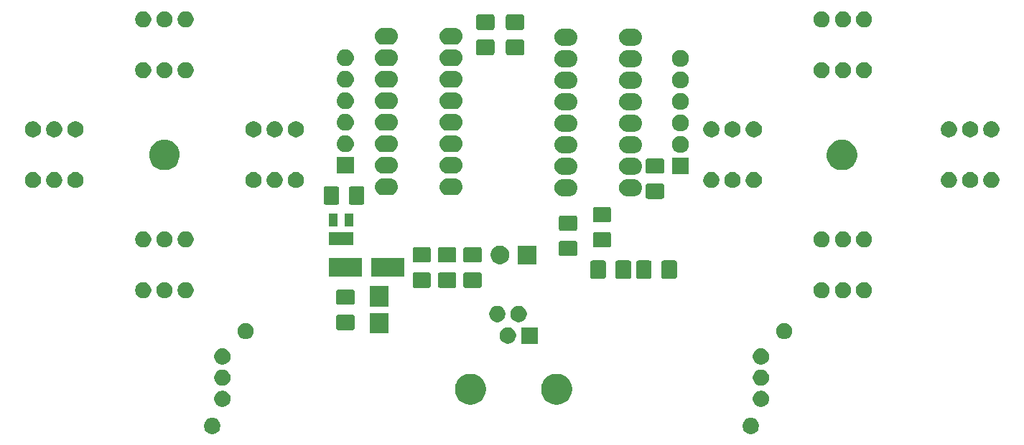
<source format=gbr>
G04 #@! TF.GenerationSoftware,KiCad,Pcbnew,5.1.5-52549c5~84~ubuntu19.10.1*
G04 #@! TF.CreationDate,2020-01-22T18:32:37-06:00*
G04 #@! TF.ProjectId,JudgeBoard,4a756467-6542-46f6-9172-642e6b696361,rev?*
G04 #@! TF.SameCoordinates,PXc9538d0PY6d58ad0*
G04 #@! TF.FileFunction,Soldermask,Top*
G04 #@! TF.FilePolarity,Negative*
%FSLAX46Y46*%
G04 Gerber Fmt 4.6, Leading zero omitted, Abs format (unit mm)*
G04 Created by KiCad (PCBNEW 5.1.5-52549c5~84~ubuntu19.10.1) date 2020-01-22 18:32:37*
%MOMM*%
%LPD*%
G04 APERTURE LIST*
%ADD10C,0.100000*%
G04 APERTURE END LIST*
D10*
G36*
X-30923396Y3711032D02*
G01*
X-30835858Y3674772D01*
X-30748322Y3638514D01*
X-30748321Y3638513D01*
X-30590763Y3533237D01*
X-30456763Y3399237D01*
X-30368993Y3267879D01*
X-30351486Y3241678D01*
X-30278968Y3066604D01*
X-30242000Y2880750D01*
X-30242000Y2691250D01*
X-30278968Y2505396D01*
X-30351486Y2330322D01*
X-30351487Y2330321D01*
X-30456763Y2172763D01*
X-30590763Y2038763D01*
X-30722121Y1950993D01*
X-30748322Y1933486D01*
X-30835858Y1897228D01*
X-30923396Y1860968D01*
X-31109250Y1824000D01*
X-31298750Y1824000D01*
X-31484604Y1860968D01*
X-31572142Y1897228D01*
X-31659678Y1933486D01*
X-31685879Y1950993D01*
X-31817237Y2038763D01*
X-31951237Y2172763D01*
X-32056513Y2330321D01*
X-32056514Y2330322D01*
X-32129032Y2505396D01*
X-32166000Y2691250D01*
X-32166000Y2880750D01*
X-32129032Y3066604D01*
X-32056514Y3241678D01*
X-32039007Y3267879D01*
X-31951237Y3399237D01*
X-31817237Y3533237D01*
X-31659679Y3638513D01*
X-31659678Y3638514D01*
X-31572142Y3674772D01*
X-31484604Y3711032D01*
X-31298750Y3748000D01*
X-31109250Y3748000D01*
X-30923396Y3711032D01*
G37*
G36*
X-94423396Y3711032D02*
G01*
X-94335858Y3674772D01*
X-94248322Y3638514D01*
X-94248321Y3638513D01*
X-94090763Y3533237D01*
X-93956763Y3399237D01*
X-93868993Y3267879D01*
X-93851486Y3241678D01*
X-93815228Y3154142D01*
X-93778968Y3066604D01*
X-93742000Y2880750D01*
X-93742000Y2691250D01*
X-93778968Y2505396D01*
X-93851486Y2330322D01*
X-93851487Y2330321D01*
X-93956763Y2172763D01*
X-94090763Y2038763D01*
X-94222121Y1950993D01*
X-94248322Y1933486D01*
X-94335858Y1897228D01*
X-94423396Y1860968D01*
X-94609250Y1824000D01*
X-94798750Y1824000D01*
X-94984604Y1860968D01*
X-95072142Y1897228D01*
X-95159678Y1933486D01*
X-95185879Y1950993D01*
X-95317237Y2038763D01*
X-95451237Y2172763D01*
X-95556513Y2330321D01*
X-95556514Y2330322D01*
X-95629032Y2505396D01*
X-95666000Y2691250D01*
X-95666000Y2880750D01*
X-95629032Y3066604D01*
X-95556514Y3241678D01*
X-95539007Y3267879D01*
X-95451237Y3399237D01*
X-95317237Y3533237D01*
X-95159679Y3638513D01*
X-95159678Y3638514D01*
X-95072142Y3674772D01*
X-94984604Y3711032D01*
X-94798750Y3748000D01*
X-94609250Y3748000D01*
X-94423396Y3711032D01*
G37*
G36*
X-93223396Y6911032D02*
G01*
X-93048322Y6838514D01*
X-93048321Y6838513D01*
X-92890763Y6733237D01*
X-92756763Y6599237D01*
X-92668993Y6467879D01*
X-92651486Y6441678D01*
X-92578968Y6266604D01*
X-92542000Y6080750D01*
X-92542000Y5891250D01*
X-92578968Y5705396D01*
X-92584339Y5692430D01*
X-92651486Y5530322D01*
X-92651487Y5530321D01*
X-92756763Y5372763D01*
X-92890763Y5238763D01*
X-93022121Y5150993D01*
X-93048322Y5133486D01*
X-93223396Y5060968D01*
X-93409250Y5024000D01*
X-93598750Y5024000D01*
X-93784604Y5060968D01*
X-93872142Y5097228D01*
X-93959678Y5133486D01*
X-93985879Y5150993D01*
X-94117237Y5238763D01*
X-94251237Y5372763D01*
X-94356513Y5530321D01*
X-94356514Y5530322D01*
X-94423661Y5692430D01*
X-94429032Y5705396D01*
X-94466000Y5891250D01*
X-94466000Y6080750D01*
X-94429032Y6266604D01*
X-94392772Y6354142D01*
X-94356514Y6441678D01*
X-94339007Y6467879D01*
X-94251237Y6599237D01*
X-94117237Y6733237D01*
X-93959679Y6838513D01*
X-93959678Y6838514D01*
X-93872142Y6874772D01*
X-93784604Y6911032D01*
X-93598750Y6948000D01*
X-93409250Y6948000D01*
X-93223396Y6911032D01*
G37*
G36*
X-29723396Y6911032D02*
G01*
X-29548322Y6838514D01*
X-29548321Y6838513D01*
X-29390763Y6733237D01*
X-29256763Y6599237D01*
X-29168993Y6467879D01*
X-29151486Y6441678D01*
X-29115228Y6354142D01*
X-29078968Y6266604D01*
X-29042000Y6080750D01*
X-29042000Y5891250D01*
X-29078968Y5705396D01*
X-29084339Y5692430D01*
X-29151486Y5530322D01*
X-29151487Y5530321D01*
X-29256763Y5372763D01*
X-29390763Y5238763D01*
X-29522121Y5150993D01*
X-29548322Y5133486D01*
X-29723396Y5060968D01*
X-29909250Y5024000D01*
X-30098750Y5024000D01*
X-30284604Y5060968D01*
X-30372142Y5097228D01*
X-30459678Y5133486D01*
X-30485879Y5150993D01*
X-30617237Y5238763D01*
X-30751237Y5372763D01*
X-30856513Y5530321D01*
X-30856514Y5530322D01*
X-30923661Y5692430D01*
X-30929032Y5705396D01*
X-30966000Y5891250D01*
X-30966000Y6080750D01*
X-30929032Y6266604D01*
X-30892772Y6354142D01*
X-30856514Y6441678D01*
X-30839007Y6467879D01*
X-30751237Y6599237D01*
X-30617237Y6733237D01*
X-30459679Y6838513D01*
X-30459678Y6838514D01*
X-30372142Y6874772D01*
X-30284604Y6911032D01*
X-30098750Y6948000D01*
X-29909250Y6948000D01*
X-29723396Y6911032D01*
G37*
G36*
X-63893960Y8899933D02*
G01*
X-63717667Y8864866D01*
X-63580096Y8807882D01*
X-63385540Y8727295D01*
X-63086631Y8527570D01*
X-62832430Y8273369D01*
X-62632705Y7974460D01*
X-62590581Y7872763D01*
X-62495134Y7642333D01*
X-62471596Y7524000D01*
X-62425000Y7289748D01*
X-62425000Y6930252D01*
X-62443248Y6838514D01*
X-62490843Y6599237D01*
X-62495134Y6577668D01*
X-62632705Y6245540D01*
X-62832430Y5946631D01*
X-63086631Y5692430D01*
X-63385540Y5492705D01*
X-63580096Y5412118D01*
X-63717667Y5355134D01*
X-63893960Y5320067D01*
X-64070252Y5285000D01*
X-64429748Y5285000D01*
X-64606040Y5320067D01*
X-64782333Y5355134D01*
X-64919904Y5412118D01*
X-65114460Y5492705D01*
X-65413369Y5692430D01*
X-65667570Y5946631D01*
X-65867295Y6245540D01*
X-66004866Y6577668D01*
X-66009156Y6599237D01*
X-66056752Y6838514D01*
X-66075000Y6930252D01*
X-66075000Y7289748D01*
X-66028404Y7524000D01*
X-66004866Y7642333D01*
X-65909419Y7872763D01*
X-65867295Y7974460D01*
X-65667570Y8273369D01*
X-65413369Y8527570D01*
X-65114460Y8727295D01*
X-64919904Y8807882D01*
X-64782333Y8864866D01*
X-64606040Y8899933D01*
X-64429748Y8935000D01*
X-64070252Y8935000D01*
X-63893960Y8899933D01*
G37*
G36*
X-53733960Y8899933D02*
G01*
X-53557667Y8864866D01*
X-53420096Y8807882D01*
X-53225540Y8727295D01*
X-52926631Y8527570D01*
X-52672430Y8273369D01*
X-52472705Y7974460D01*
X-52430581Y7872763D01*
X-52335134Y7642333D01*
X-52311596Y7524000D01*
X-52265000Y7289748D01*
X-52265000Y6930252D01*
X-52283248Y6838514D01*
X-52330843Y6599237D01*
X-52335134Y6577668D01*
X-52472705Y6245540D01*
X-52672430Y5946631D01*
X-52926631Y5692430D01*
X-53225540Y5492705D01*
X-53420096Y5412118D01*
X-53557667Y5355134D01*
X-53733960Y5320067D01*
X-53910252Y5285000D01*
X-54269748Y5285000D01*
X-54446040Y5320067D01*
X-54622333Y5355134D01*
X-54759904Y5412118D01*
X-54954460Y5492705D01*
X-55253369Y5692430D01*
X-55507570Y5946631D01*
X-55707295Y6245540D01*
X-55844866Y6577668D01*
X-55849156Y6599237D01*
X-55896752Y6838514D01*
X-55915000Y6930252D01*
X-55915000Y7289748D01*
X-55868404Y7524000D01*
X-55844866Y7642333D01*
X-55749419Y7872763D01*
X-55707295Y7974460D01*
X-55507570Y8273369D01*
X-55253369Y8527570D01*
X-54954460Y8727295D01*
X-54759904Y8807882D01*
X-54622333Y8864866D01*
X-54446040Y8899933D01*
X-54269748Y8935000D01*
X-53910252Y8935000D01*
X-53733960Y8899933D01*
G37*
G36*
X-29723396Y9411032D02*
G01*
X-29548322Y9338514D01*
X-29548321Y9338513D01*
X-29390763Y9233237D01*
X-29256763Y9099237D01*
X-29168993Y8967879D01*
X-29151486Y8941678D01*
X-29148720Y8935000D01*
X-29078968Y8766604D01*
X-29042000Y8580750D01*
X-29042000Y8391250D01*
X-29078968Y8205396D01*
X-29151486Y8030322D01*
X-29151487Y8030321D01*
X-29256763Y7872763D01*
X-29390763Y7738763D01*
X-29522121Y7650993D01*
X-29548322Y7633486D01*
X-29635858Y7597228D01*
X-29723396Y7560968D01*
X-29909250Y7524000D01*
X-30098750Y7524000D01*
X-30284604Y7560968D01*
X-30459678Y7633486D01*
X-30485879Y7650993D01*
X-30617237Y7738763D01*
X-30751237Y7872763D01*
X-30856513Y8030321D01*
X-30856514Y8030322D01*
X-30929032Y8205396D01*
X-30966000Y8391250D01*
X-30966000Y8580750D01*
X-30929032Y8766604D01*
X-30859280Y8935000D01*
X-30856514Y8941678D01*
X-30839007Y8967879D01*
X-30751237Y9099237D01*
X-30617237Y9233237D01*
X-30459679Y9338513D01*
X-30459678Y9338514D01*
X-30284604Y9411032D01*
X-30098750Y9448000D01*
X-29909250Y9448000D01*
X-29723396Y9411032D01*
G37*
G36*
X-93223396Y9411032D02*
G01*
X-93048322Y9338514D01*
X-93048321Y9338513D01*
X-92890763Y9233237D01*
X-92756763Y9099237D01*
X-92668993Y8967879D01*
X-92651486Y8941678D01*
X-92648720Y8935000D01*
X-92578968Y8766604D01*
X-92542000Y8580750D01*
X-92542000Y8391250D01*
X-92578968Y8205396D01*
X-92651486Y8030322D01*
X-92651487Y8030321D01*
X-92756763Y7872763D01*
X-92890763Y7738763D01*
X-93022121Y7650993D01*
X-93048322Y7633486D01*
X-93135858Y7597228D01*
X-93223396Y7560968D01*
X-93409250Y7524000D01*
X-93598750Y7524000D01*
X-93784604Y7560968D01*
X-93959678Y7633486D01*
X-93985879Y7650993D01*
X-94117237Y7738763D01*
X-94251237Y7872763D01*
X-94356513Y8030321D01*
X-94356514Y8030322D01*
X-94392772Y8117858D01*
X-94429032Y8205396D01*
X-94466000Y8391250D01*
X-94466000Y8580750D01*
X-94429032Y8766604D01*
X-94359280Y8935000D01*
X-94356514Y8941678D01*
X-94339007Y8967879D01*
X-94251237Y9099237D01*
X-94117237Y9233237D01*
X-93959679Y9338513D01*
X-93959678Y9338514D01*
X-93784604Y9411032D01*
X-93598750Y9448000D01*
X-93409250Y9448000D01*
X-93223396Y9411032D01*
G37*
G36*
X-93223396Y11911032D02*
G01*
X-93135858Y11874772D01*
X-93048322Y11838514D01*
X-93048321Y11838513D01*
X-92890763Y11733237D01*
X-92756763Y11599237D01*
X-92668993Y11467879D01*
X-92651486Y11441678D01*
X-92615228Y11354142D01*
X-92578968Y11266604D01*
X-92542000Y11080750D01*
X-92542000Y10891250D01*
X-92578968Y10705396D01*
X-92651486Y10530322D01*
X-92651487Y10530321D01*
X-92756763Y10372763D01*
X-92890763Y10238763D01*
X-93022121Y10150993D01*
X-93048322Y10133486D01*
X-93135858Y10097228D01*
X-93223396Y10060968D01*
X-93409250Y10024000D01*
X-93598750Y10024000D01*
X-93784604Y10060968D01*
X-93872142Y10097228D01*
X-93959678Y10133486D01*
X-93985879Y10150993D01*
X-94117237Y10238763D01*
X-94251237Y10372763D01*
X-94356513Y10530321D01*
X-94356514Y10530322D01*
X-94429032Y10705396D01*
X-94466000Y10891250D01*
X-94466000Y11080750D01*
X-94429032Y11266604D01*
X-94392772Y11354142D01*
X-94356514Y11441678D01*
X-94339007Y11467879D01*
X-94251237Y11599237D01*
X-94117237Y11733237D01*
X-93959679Y11838513D01*
X-93959678Y11838514D01*
X-93872142Y11874772D01*
X-93784604Y11911032D01*
X-93598750Y11948000D01*
X-93409250Y11948000D01*
X-93223396Y11911032D01*
G37*
G36*
X-29723396Y11911032D02*
G01*
X-29635858Y11874772D01*
X-29548322Y11838514D01*
X-29548321Y11838513D01*
X-29390763Y11733237D01*
X-29256763Y11599237D01*
X-29168993Y11467879D01*
X-29151486Y11441678D01*
X-29115228Y11354142D01*
X-29078968Y11266604D01*
X-29042000Y11080750D01*
X-29042000Y10891250D01*
X-29078968Y10705396D01*
X-29151486Y10530322D01*
X-29151487Y10530321D01*
X-29256763Y10372763D01*
X-29390763Y10238763D01*
X-29522121Y10150993D01*
X-29548322Y10133486D01*
X-29635858Y10097228D01*
X-29723396Y10060968D01*
X-29909250Y10024000D01*
X-30098750Y10024000D01*
X-30284604Y10060968D01*
X-30372142Y10097228D01*
X-30459678Y10133486D01*
X-30485879Y10150993D01*
X-30617237Y10238763D01*
X-30751237Y10372763D01*
X-30856513Y10530321D01*
X-30856514Y10530322D01*
X-30929032Y10705396D01*
X-30966000Y10891250D01*
X-30966000Y11080750D01*
X-30929032Y11266604D01*
X-30892772Y11354142D01*
X-30856514Y11441678D01*
X-30839007Y11467879D01*
X-30751237Y11599237D01*
X-30617237Y11733237D01*
X-30459679Y11838513D01*
X-30459678Y11838514D01*
X-30372142Y11874772D01*
X-30284604Y11911032D01*
X-30098750Y11948000D01*
X-29909250Y11948000D01*
X-29723396Y11911032D01*
G37*
G36*
X-59652713Y14401554D02*
G01*
X-59559978Y14383108D01*
X-59385269Y14310741D01*
X-59228036Y14205681D01*
X-59094319Y14071964D01*
X-58989259Y13914731D01*
X-58916892Y13740022D01*
X-58880000Y13554552D01*
X-58880000Y13365448D01*
X-58916892Y13179978D01*
X-58989259Y13005269D01*
X-59094319Y12848036D01*
X-59228036Y12714319D01*
X-59385269Y12609259D01*
X-59559978Y12536892D01*
X-59652713Y12518446D01*
X-59745447Y12500000D01*
X-59934553Y12500000D01*
X-60027287Y12518446D01*
X-60120022Y12536892D01*
X-60294731Y12609259D01*
X-60451964Y12714319D01*
X-60585681Y12848036D01*
X-60690741Y13005269D01*
X-60763108Y13179978D01*
X-60800000Y13365448D01*
X-60800000Y13554552D01*
X-60763108Y13740022D01*
X-60690741Y13914731D01*
X-60585681Y14071964D01*
X-60451964Y14205681D01*
X-60294731Y14310741D01*
X-60120022Y14383108D01*
X-60027287Y14401554D01*
X-59934553Y14420000D01*
X-59745447Y14420000D01*
X-59652713Y14401554D01*
G37*
G36*
X-56310000Y12500000D02*
G01*
X-58230000Y12500000D01*
X-58230000Y14420000D01*
X-56310000Y14420000D01*
X-56310000Y12500000D01*
G37*
G36*
X-26973396Y14911032D02*
G01*
X-26798322Y14838514D01*
X-26798321Y14838513D01*
X-26640763Y14733237D01*
X-26506763Y14599237D01*
X-26418993Y14467879D01*
X-26401486Y14441678D01*
X-26392580Y14420176D01*
X-26328968Y14266604D01*
X-26292000Y14080750D01*
X-26292000Y13891250D01*
X-26328968Y13705396D01*
X-26401486Y13530322D01*
X-26401487Y13530321D01*
X-26506763Y13372763D01*
X-26640763Y13238763D01*
X-26772121Y13150993D01*
X-26798322Y13133486D01*
X-26885858Y13097228D01*
X-26973396Y13060968D01*
X-27159250Y13024000D01*
X-27348750Y13024000D01*
X-27534604Y13060968D01*
X-27622142Y13097228D01*
X-27709678Y13133486D01*
X-27735879Y13150993D01*
X-27867237Y13238763D01*
X-28001237Y13372763D01*
X-28106513Y13530321D01*
X-28106514Y13530322D01*
X-28179032Y13705396D01*
X-28216000Y13891250D01*
X-28216000Y14080750D01*
X-28179032Y14266604D01*
X-28115420Y14420176D01*
X-28106514Y14441678D01*
X-28089007Y14467879D01*
X-28001237Y14599237D01*
X-27867237Y14733237D01*
X-27709679Y14838513D01*
X-27709678Y14838514D01*
X-27534604Y14911032D01*
X-27348750Y14948000D01*
X-27159250Y14948000D01*
X-26973396Y14911032D01*
G37*
G36*
X-90473396Y14911032D02*
G01*
X-90298322Y14838514D01*
X-90298321Y14838513D01*
X-90140763Y14733237D01*
X-90006763Y14599237D01*
X-89918993Y14467879D01*
X-89901486Y14441678D01*
X-89892580Y14420176D01*
X-89828968Y14266604D01*
X-89792000Y14080750D01*
X-89792000Y13891250D01*
X-89828968Y13705396D01*
X-89901486Y13530322D01*
X-89901487Y13530321D01*
X-90006763Y13372763D01*
X-90140763Y13238763D01*
X-90272121Y13150993D01*
X-90298322Y13133486D01*
X-90385858Y13097228D01*
X-90473396Y13060968D01*
X-90659250Y13024000D01*
X-90848750Y13024000D01*
X-91034604Y13060968D01*
X-91122142Y13097228D01*
X-91209678Y13133486D01*
X-91235879Y13150993D01*
X-91367237Y13238763D01*
X-91501237Y13372763D01*
X-91606513Y13530321D01*
X-91606514Y13530322D01*
X-91642772Y13617858D01*
X-91679032Y13705396D01*
X-91716000Y13891250D01*
X-91716000Y14080750D01*
X-91679032Y14266604D01*
X-91615420Y14420176D01*
X-91606514Y14441678D01*
X-91589007Y14467879D01*
X-91501237Y14599237D01*
X-91367237Y14733237D01*
X-91209679Y14838513D01*
X-91209678Y14838514D01*
X-91034604Y14911032D01*
X-90848750Y14948000D01*
X-90659250Y14948000D01*
X-90473396Y14911032D01*
G37*
G36*
X-73900000Y13700000D02*
G01*
X-76100000Y13700000D01*
X-76100000Y16100000D01*
X-73900000Y16100000D01*
X-73900000Y13700000D01*
G37*
G36*
X-78117519Y15919814D02*
G01*
X-78072795Y15906246D01*
X-78031570Y15884211D01*
X-77995439Y15854561D01*
X-77965789Y15818430D01*
X-77943754Y15777205D01*
X-77930186Y15732481D01*
X-77925000Y15679824D01*
X-77925000Y14345176D01*
X-77930186Y14292519D01*
X-77943754Y14247795D01*
X-77965789Y14206570D01*
X-77995439Y14170439D01*
X-78031570Y14140789D01*
X-78072795Y14118754D01*
X-78117519Y14105186D01*
X-78170176Y14100000D01*
X-79829824Y14100000D01*
X-79882481Y14105186D01*
X-79927205Y14118754D01*
X-79968430Y14140789D01*
X-80004561Y14170439D01*
X-80034211Y14206570D01*
X-80056246Y14247795D01*
X-80069814Y14292519D01*
X-80075000Y14345176D01*
X-80075000Y15679824D01*
X-80069814Y15732481D01*
X-80056246Y15777205D01*
X-80034211Y15818430D01*
X-80004561Y15854561D01*
X-79968430Y15884211D01*
X-79927205Y15906246D01*
X-79882481Y15919814D01*
X-79829824Y15925000D01*
X-78170176Y15925000D01*
X-78117519Y15919814D01*
G37*
G36*
X-60892713Y16941554D02*
G01*
X-60799978Y16923108D01*
X-60625269Y16850741D01*
X-60468036Y16745681D01*
X-60334319Y16611964D01*
X-60229258Y16454729D01*
X-60156892Y16280021D01*
X-60121083Y16100000D01*
X-60120000Y16094552D01*
X-60120000Y15905448D01*
X-60156892Y15719978D01*
X-60229259Y15545269D01*
X-60334319Y15388036D01*
X-60468036Y15254319D01*
X-60625269Y15149259D01*
X-60799978Y15076892D01*
X-60892713Y15058446D01*
X-60985447Y15040000D01*
X-61174553Y15040000D01*
X-61267287Y15058446D01*
X-61360022Y15076892D01*
X-61534731Y15149259D01*
X-61691964Y15254319D01*
X-61825681Y15388036D01*
X-61930741Y15545269D01*
X-62003108Y15719978D01*
X-62040000Y15905448D01*
X-62040000Y16094552D01*
X-62038916Y16100000D01*
X-62003108Y16280021D01*
X-61930742Y16454729D01*
X-61825681Y16611964D01*
X-61691964Y16745681D01*
X-61534731Y16850741D01*
X-61360022Y16923108D01*
X-61267287Y16941554D01*
X-61174553Y16960000D01*
X-60985447Y16960000D01*
X-60892713Y16941554D01*
G37*
G36*
X-58382713Y16941554D02*
G01*
X-58289978Y16923108D01*
X-58115269Y16850741D01*
X-57958036Y16745681D01*
X-57824319Y16611964D01*
X-57719258Y16454729D01*
X-57646892Y16280021D01*
X-57611083Y16100000D01*
X-57610000Y16094552D01*
X-57610000Y15905448D01*
X-57646892Y15719978D01*
X-57719259Y15545269D01*
X-57824319Y15388036D01*
X-57958036Y15254319D01*
X-58115269Y15149259D01*
X-58289978Y15076892D01*
X-58382713Y15058446D01*
X-58475447Y15040000D01*
X-58664553Y15040000D01*
X-58757287Y15058446D01*
X-58850022Y15076892D01*
X-59024731Y15149259D01*
X-59181964Y15254319D01*
X-59315681Y15388036D01*
X-59420741Y15545269D01*
X-59493108Y15719978D01*
X-59530000Y15905448D01*
X-59530000Y16094552D01*
X-59528916Y16100000D01*
X-59493108Y16280021D01*
X-59420742Y16454729D01*
X-59315681Y16611964D01*
X-59181964Y16745681D01*
X-59024731Y16850741D01*
X-58850022Y16923108D01*
X-58757287Y16941554D01*
X-58664553Y16960000D01*
X-58475447Y16960000D01*
X-58382713Y16941554D01*
G37*
G36*
X-73900000Y16900000D02*
G01*
X-76100000Y16900000D01*
X-76100000Y19300000D01*
X-73900000Y19300000D01*
X-73900000Y16900000D01*
G37*
G36*
X-78117519Y18894814D02*
G01*
X-78072795Y18881246D01*
X-78031570Y18859211D01*
X-77995439Y18829561D01*
X-77965789Y18793430D01*
X-77943754Y18752205D01*
X-77930186Y18707481D01*
X-77925000Y18654824D01*
X-77925000Y17320176D01*
X-77930186Y17267519D01*
X-77943754Y17222795D01*
X-77965789Y17181570D01*
X-77995439Y17145439D01*
X-78031570Y17115789D01*
X-78072795Y17093754D01*
X-78117519Y17080186D01*
X-78170176Y17075000D01*
X-79829824Y17075000D01*
X-79882481Y17080186D01*
X-79927205Y17093754D01*
X-79968430Y17115789D01*
X-80004561Y17145439D01*
X-80034211Y17181570D01*
X-80056246Y17222795D01*
X-80069814Y17267519D01*
X-80075000Y17320176D01*
X-80075000Y18654824D01*
X-80069814Y18707481D01*
X-80056246Y18752205D01*
X-80034211Y18793430D01*
X-80004561Y18829561D01*
X-79968430Y18859211D01*
X-79927205Y18881246D01*
X-79882481Y18894814D01*
X-79829824Y18900000D01*
X-78170176Y18900000D01*
X-78117519Y18894814D01*
G37*
G36*
X-97658664Y19757746D02*
G01*
X-97566895Y19739492D01*
X-97394006Y19667879D01*
X-97238410Y19563913D01*
X-97106087Y19431590D01*
X-97002121Y19275994D01*
X-96930508Y19103105D01*
X-96894000Y18919567D01*
X-96894000Y18732433D01*
X-96930508Y18548895D01*
X-97002121Y18376006D01*
X-97106087Y18220410D01*
X-97238410Y18088087D01*
X-97394006Y17984121D01*
X-97566895Y17912508D01*
X-97658664Y17894254D01*
X-97750432Y17876000D01*
X-97937568Y17876000D01*
X-98029336Y17894254D01*
X-98121105Y17912508D01*
X-98293994Y17984121D01*
X-98449590Y18088087D01*
X-98581913Y18220410D01*
X-98685879Y18376006D01*
X-98757492Y18548895D01*
X-98794000Y18732433D01*
X-98794000Y18919567D01*
X-98757492Y19103105D01*
X-98685879Y19275994D01*
X-98581913Y19431590D01*
X-98449590Y19563913D01*
X-98293994Y19667879D01*
X-98121105Y19739492D01*
X-98029336Y19757746D01*
X-97937568Y19776000D01*
X-97750432Y19776000D01*
X-97658664Y19757746D01*
G37*
G36*
X-100158664Y19757746D02*
G01*
X-100066895Y19739492D01*
X-99894006Y19667879D01*
X-99738410Y19563913D01*
X-99606087Y19431590D01*
X-99502121Y19275994D01*
X-99430508Y19103105D01*
X-99394000Y18919567D01*
X-99394000Y18732433D01*
X-99430508Y18548895D01*
X-99502121Y18376006D01*
X-99606087Y18220410D01*
X-99738410Y18088087D01*
X-99894006Y17984121D01*
X-100066895Y17912508D01*
X-100158664Y17894254D01*
X-100250432Y17876000D01*
X-100437568Y17876000D01*
X-100529336Y17894254D01*
X-100621105Y17912508D01*
X-100793994Y17984121D01*
X-100949590Y18088087D01*
X-101081913Y18220410D01*
X-101185879Y18376006D01*
X-101257492Y18548895D01*
X-101294000Y18732433D01*
X-101294000Y18919567D01*
X-101257492Y19103105D01*
X-101185879Y19275994D01*
X-101081913Y19431590D01*
X-100949590Y19563913D01*
X-100793994Y19667879D01*
X-100621105Y19739492D01*
X-100529336Y19757746D01*
X-100437568Y19776000D01*
X-100250432Y19776000D01*
X-100158664Y19757746D01*
G37*
G36*
X-102658664Y19757746D02*
G01*
X-102566895Y19739492D01*
X-102394006Y19667879D01*
X-102238410Y19563913D01*
X-102106087Y19431590D01*
X-102002121Y19275994D01*
X-101930508Y19103105D01*
X-101894000Y18919567D01*
X-101894000Y18732433D01*
X-101930508Y18548895D01*
X-102002121Y18376006D01*
X-102106087Y18220410D01*
X-102238410Y18088087D01*
X-102394006Y17984121D01*
X-102566895Y17912508D01*
X-102658664Y17894254D01*
X-102750432Y17876000D01*
X-102937568Y17876000D01*
X-103029336Y17894254D01*
X-103121105Y17912508D01*
X-103293994Y17984121D01*
X-103449590Y18088087D01*
X-103581913Y18220410D01*
X-103685879Y18376006D01*
X-103757492Y18548895D01*
X-103794000Y18732433D01*
X-103794000Y18919567D01*
X-103757492Y19103105D01*
X-103685879Y19275994D01*
X-103581913Y19431590D01*
X-103449590Y19563913D01*
X-103293994Y19667879D01*
X-103121105Y19739492D01*
X-103029336Y19757746D01*
X-102937568Y19776000D01*
X-102750432Y19776000D01*
X-102658664Y19757746D01*
G37*
G36*
X-22658664Y19757746D02*
G01*
X-22566895Y19739492D01*
X-22394006Y19667879D01*
X-22238410Y19563913D01*
X-22106087Y19431590D01*
X-22002121Y19275994D01*
X-21930508Y19103105D01*
X-21894000Y18919567D01*
X-21894000Y18732433D01*
X-21930508Y18548895D01*
X-22002121Y18376006D01*
X-22106087Y18220410D01*
X-22238410Y18088087D01*
X-22394006Y17984121D01*
X-22566895Y17912508D01*
X-22658664Y17894254D01*
X-22750432Y17876000D01*
X-22937568Y17876000D01*
X-23029336Y17894254D01*
X-23121105Y17912508D01*
X-23293994Y17984121D01*
X-23449590Y18088087D01*
X-23581913Y18220410D01*
X-23685879Y18376006D01*
X-23757492Y18548895D01*
X-23794000Y18732433D01*
X-23794000Y18919567D01*
X-23757492Y19103105D01*
X-23685879Y19275994D01*
X-23581913Y19431590D01*
X-23449590Y19563913D01*
X-23293994Y19667879D01*
X-23121105Y19739492D01*
X-23029336Y19757746D01*
X-22937568Y19776000D01*
X-22750432Y19776000D01*
X-22658664Y19757746D01*
G37*
G36*
X-20158664Y19757746D02*
G01*
X-20066895Y19739492D01*
X-19894006Y19667879D01*
X-19738410Y19563913D01*
X-19606087Y19431590D01*
X-19502121Y19275994D01*
X-19430508Y19103105D01*
X-19394000Y18919567D01*
X-19394000Y18732433D01*
X-19430508Y18548895D01*
X-19502121Y18376006D01*
X-19606087Y18220410D01*
X-19738410Y18088087D01*
X-19894006Y17984121D01*
X-20066895Y17912508D01*
X-20158664Y17894254D01*
X-20250432Y17876000D01*
X-20437568Y17876000D01*
X-20529336Y17894254D01*
X-20621105Y17912508D01*
X-20793994Y17984121D01*
X-20949590Y18088087D01*
X-21081913Y18220410D01*
X-21185879Y18376006D01*
X-21257492Y18548895D01*
X-21294000Y18732433D01*
X-21294000Y18919567D01*
X-21257492Y19103105D01*
X-21185879Y19275994D01*
X-21081913Y19431590D01*
X-20949590Y19563913D01*
X-20793994Y19667879D01*
X-20621105Y19739492D01*
X-20529336Y19757746D01*
X-20437568Y19776000D01*
X-20250432Y19776000D01*
X-20158664Y19757746D01*
G37*
G36*
X-17658664Y19757746D02*
G01*
X-17566895Y19739492D01*
X-17394006Y19667879D01*
X-17238410Y19563913D01*
X-17106087Y19431590D01*
X-17002121Y19275994D01*
X-16930508Y19103105D01*
X-16894000Y18919567D01*
X-16894000Y18732433D01*
X-16930508Y18548895D01*
X-17002121Y18376006D01*
X-17106087Y18220410D01*
X-17238410Y18088087D01*
X-17394006Y17984121D01*
X-17566895Y17912508D01*
X-17658664Y17894254D01*
X-17750432Y17876000D01*
X-17937568Y17876000D01*
X-18029336Y17894254D01*
X-18121105Y17912508D01*
X-18293994Y17984121D01*
X-18449590Y18088087D01*
X-18581913Y18220410D01*
X-18685879Y18376006D01*
X-18757492Y18548895D01*
X-18794000Y18732433D01*
X-18794000Y18919567D01*
X-18757492Y19103105D01*
X-18685879Y19275994D01*
X-18581913Y19431590D01*
X-18449590Y19563913D01*
X-18293994Y19667879D01*
X-18121105Y19739492D01*
X-18029336Y19757746D01*
X-17937568Y19776000D01*
X-17750432Y19776000D01*
X-17658664Y19757746D01*
G37*
G36*
X-66117519Y20919814D02*
G01*
X-66072795Y20906246D01*
X-66031570Y20884211D01*
X-65995439Y20854561D01*
X-65965789Y20818430D01*
X-65943754Y20777205D01*
X-65930186Y20732481D01*
X-65925000Y20679824D01*
X-65925000Y19345176D01*
X-65930186Y19292519D01*
X-65943754Y19247795D01*
X-65965789Y19206570D01*
X-65995439Y19170439D01*
X-66031570Y19140789D01*
X-66072795Y19118754D01*
X-66117519Y19105186D01*
X-66170176Y19100000D01*
X-67829824Y19100000D01*
X-67882481Y19105186D01*
X-67927205Y19118754D01*
X-67968430Y19140789D01*
X-68004561Y19170439D01*
X-68034211Y19206570D01*
X-68056246Y19247795D01*
X-68069814Y19292519D01*
X-68075000Y19345176D01*
X-68075000Y20679824D01*
X-68069814Y20732481D01*
X-68056246Y20777205D01*
X-68034211Y20818430D01*
X-68004561Y20854561D01*
X-67968430Y20884211D01*
X-67927205Y20906246D01*
X-67882481Y20919814D01*
X-67829824Y20925000D01*
X-66170176Y20925000D01*
X-66117519Y20919814D01*
G37*
G36*
X-63117519Y20919814D02*
G01*
X-63072795Y20906246D01*
X-63031570Y20884211D01*
X-62995439Y20854561D01*
X-62965789Y20818430D01*
X-62943754Y20777205D01*
X-62930186Y20732481D01*
X-62925000Y20679824D01*
X-62925000Y19345176D01*
X-62930186Y19292519D01*
X-62943754Y19247795D01*
X-62965789Y19206570D01*
X-62995439Y19170439D01*
X-63031570Y19140789D01*
X-63072795Y19118754D01*
X-63117519Y19105186D01*
X-63170176Y19100000D01*
X-64829824Y19100000D01*
X-64882481Y19105186D01*
X-64927205Y19118754D01*
X-64968430Y19140789D01*
X-65004561Y19170439D01*
X-65034211Y19206570D01*
X-65056246Y19247795D01*
X-65069814Y19292519D01*
X-65075000Y19345176D01*
X-65075000Y20679824D01*
X-65069814Y20732481D01*
X-65056246Y20777205D01*
X-65034211Y20818430D01*
X-65004561Y20854561D01*
X-64968430Y20884211D01*
X-64927205Y20906246D01*
X-64882481Y20919814D01*
X-64829824Y20925000D01*
X-63170176Y20925000D01*
X-63117519Y20919814D01*
G37*
G36*
X-69117519Y20919814D02*
G01*
X-69072795Y20906246D01*
X-69031570Y20884211D01*
X-68995439Y20854561D01*
X-68965789Y20818430D01*
X-68943754Y20777205D01*
X-68930186Y20732481D01*
X-68925000Y20679824D01*
X-68925000Y19345176D01*
X-68930186Y19292519D01*
X-68943754Y19247795D01*
X-68965789Y19206570D01*
X-68995439Y19170439D01*
X-69031570Y19140789D01*
X-69072795Y19118754D01*
X-69117519Y19105186D01*
X-69170176Y19100000D01*
X-70829824Y19100000D01*
X-70882481Y19105186D01*
X-70927205Y19118754D01*
X-70968430Y19140789D01*
X-71004561Y19170439D01*
X-71034211Y19206570D01*
X-71056246Y19247795D01*
X-71069814Y19292519D01*
X-71075000Y19345176D01*
X-71075000Y20679824D01*
X-71069814Y20732481D01*
X-71056246Y20777205D01*
X-71034211Y20818430D01*
X-71004561Y20854561D01*
X-70968430Y20884211D01*
X-70927205Y20906246D01*
X-70882481Y20919814D01*
X-70829824Y20925000D01*
X-69170176Y20925000D01*
X-69117519Y20919814D01*
G37*
G36*
X-45508819Y22319814D02*
G01*
X-45464095Y22306246D01*
X-45422870Y22284211D01*
X-45386739Y22254561D01*
X-45357089Y22218430D01*
X-45335054Y22177205D01*
X-45321486Y22132481D01*
X-45316300Y22079824D01*
X-45316300Y20420176D01*
X-45321486Y20367519D01*
X-45335054Y20322795D01*
X-45357089Y20281570D01*
X-45386739Y20245439D01*
X-45422870Y20215789D01*
X-45464095Y20193754D01*
X-45508819Y20180186D01*
X-45561476Y20175000D01*
X-46896124Y20175000D01*
X-46948781Y20180186D01*
X-46993505Y20193754D01*
X-47034730Y20215789D01*
X-47070861Y20245439D01*
X-47100511Y20281570D01*
X-47122546Y20322795D01*
X-47136114Y20367519D01*
X-47141300Y20420176D01*
X-47141300Y22079824D01*
X-47136114Y22132481D01*
X-47122546Y22177205D01*
X-47100511Y22218430D01*
X-47070861Y22254561D01*
X-47034730Y22284211D01*
X-46993505Y22306246D01*
X-46948781Y22319814D01*
X-46896124Y22325000D01*
X-45561476Y22325000D01*
X-45508819Y22319814D01*
G37*
G36*
X-40111319Y22319814D02*
G01*
X-40066595Y22306246D01*
X-40025370Y22284211D01*
X-39989239Y22254561D01*
X-39959589Y22218430D01*
X-39937554Y22177205D01*
X-39923986Y22132481D01*
X-39918800Y22079824D01*
X-39918800Y20420176D01*
X-39923986Y20367519D01*
X-39937554Y20322795D01*
X-39959589Y20281570D01*
X-39989239Y20245439D01*
X-40025370Y20215789D01*
X-40066595Y20193754D01*
X-40111319Y20180186D01*
X-40163976Y20175000D01*
X-41498624Y20175000D01*
X-41551281Y20180186D01*
X-41596005Y20193754D01*
X-41637230Y20215789D01*
X-41673361Y20245439D01*
X-41703011Y20281570D01*
X-41725046Y20322795D01*
X-41738614Y20367519D01*
X-41743800Y20420176D01*
X-41743800Y22079824D01*
X-41738614Y22132481D01*
X-41725046Y22177205D01*
X-41703011Y22218430D01*
X-41673361Y22254561D01*
X-41637230Y22284211D01*
X-41596005Y22306246D01*
X-41551281Y22319814D01*
X-41498624Y22325000D01*
X-40163976Y22325000D01*
X-40111319Y22319814D01*
G37*
G36*
X-43086319Y22319814D02*
G01*
X-43041595Y22306246D01*
X-43000370Y22284211D01*
X-42964239Y22254561D01*
X-42934589Y22218430D01*
X-42912554Y22177205D01*
X-42898986Y22132481D01*
X-42893800Y22079824D01*
X-42893800Y20420176D01*
X-42898986Y20367519D01*
X-42912554Y20322795D01*
X-42934589Y20281570D01*
X-42964239Y20245439D01*
X-43000370Y20215789D01*
X-43041595Y20193754D01*
X-43086319Y20180186D01*
X-43138976Y20175000D01*
X-44473624Y20175000D01*
X-44526281Y20180186D01*
X-44571005Y20193754D01*
X-44612230Y20215789D01*
X-44648361Y20245439D01*
X-44678011Y20281570D01*
X-44700046Y20322795D01*
X-44713614Y20367519D01*
X-44718800Y20420176D01*
X-44718800Y22079824D01*
X-44713614Y22132481D01*
X-44700046Y22177205D01*
X-44678011Y22218430D01*
X-44648361Y22254561D01*
X-44612230Y22284211D01*
X-44571005Y22306246D01*
X-44526281Y22319814D01*
X-44473624Y22325000D01*
X-43138976Y22325000D01*
X-43086319Y22319814D01*
G37*
G36*
X-48483819Y22319814D02*
G01*
X-48439095Y22306246D01*
X-48397870Y22284211D01*
X-48361739Y22254561D01*
X-48332089Y22218430D01*
X-48310054Y22177205D01*
X-48296486Y22132481D01*
X-48291300Y22079824D01*
X-48291300Y20420176D01*
X-48296486Y20367519D01*
X-48310054Y20322795D01*
X-48332089Y20281570D01*
X-48361739Y20245439D01*
X-48397870Y20215789D01*
X-48439095Y20193754D01*
X-48483819Y20180186D01*
X-48536476Y20175000D01*
X-49871124Y20175000D01*
X-49923781Y20180186D01*
X-49968505Y20193754D01*
X-50009730Y20215789D01*
X-50045861Y20245439D01*
X-50075511Y20281570D01*
X-50097546Y20322795D01*
X-50111114Y20367519D01*
X-50116300Y20420176D01*
X-50116300Y22079824D01*
X-50111114Y22132481D01*
X-50097546Y22177205D01*
X-50075511Y22218430D01*
X-50045861Y22254561D01*
X-50009730Y22284211D01*
X-49968505Y22306246D01*
X-49923781Y22319814D01*
X-49871124Y22325000D01*
X-48536476Y22325000D01*
X-48483819Y22319814D01*
G37*
G36*
X-72050000Y20400000D02*
G01*
X-75950000Y20400000D01*
X-75950000Y22600000D01*
X-72050000Y22600000D01*
X-72050000Y20400000D01*
G37*
G36*
X-77050000Y20400000D02*
G01*
X-80950000Y20400000D01*
X-80950000Y22600000D01*
X-77050000Y22600000D01*
X-77050000Y20400000D01*
G37*
G36*
X-56450000Y21900000D02*
G01*
X-58650000Y21900000D01*
X-58650000Y24100000D01*
X-56450000Y24100000D01*
X-56450000Y21900000D01*
G37*
G36*
X-60469143Y24057728D02*
G01*
X-60311177Y23992296D01*
X-60268955Y23974807D01*
X-60187588Y23920439D01*
X-60088792Y23854426D01*
X-59935574Y23701208D01*
X-59815192Y23521043D01*
X-59732272Y23320857D01*
X-59690000Y23108342D01*
X-59690000Y22891658D01*
X-59732272Y22679143D01*
X-59815192Y22478957D01*
X-59935574Y22298792D01*
X-60088792Y22145574D01*
X-60166346Y22093754D01*
X-60268955Y22025193D01*
X-60268956Y22025192D01*
X-60268957Y22025192D01*
X-60469143Y21942272D01*
X-60681658Y21900000D01*
X-60898342Y21900000D01*
X-61110857Y21942272D01*
X-61311043Y22025192D01*
X-61311044Y22025192D01*
X-61311045Y22025193D01*
X-61413654Y22093754D01*
X-61491208Y22145574D01*
X-61644426Y22298792D01*
X-61764808Y22478957D01*
X-61847728Y22679143D01*
X-61890000Y22891658D01*
X-61890000Y23108342D01*
X-61847728Y23320857D01*
X-61764808Y23521043D01*
X-61644426Y23701208D01*
X-61491208Y23854426D01*
X-61392412Y23920439D01*
X-61311045Y23974807D01*
X-61268823Y23992296D01*
X-61110857Y24057728D01*
X-60898342Y24100000D01*
X-60681658Y24100000D01*
X-60469143Y24057728D01*
G37*
G36*
X-63117519Y23894814D02*
G01*
X-63072795Y23881246D01*
X-63031570Y23859211D01*
X-62995439Y23829561D01*
X-62965789Y23793430D01*
X-62943754Y23752205D01*
X-62930186Y23707481D01*
X-62925000Y23654824D01*
X-62925000Y22320176D01*
X-62930186Y22267519D01*
X-62943754Y22222795D01*
X-62965789Y22181570D01*
X-62995439Y22145439D01*
X-63031570Y22115789D01*
X-63072795Y22093754D01*
X-63117519Y22080186D01*
X-63170176Y22075000D01*
X-64829824Y22075000D01*
X-64882481Y22080186D01*
X-64927205Y22093754D01*
X-64968430Y22115789D01*
X-65004561Y22145439D01*
X-65034211Y22181570D01*
X-65056246Y22222795D01*
X-65069814Y22267519D01*
X-65075000Y22320176D01*
X-65075000Y23654824D01*
X-65069814Y23707481D01*
X-65056246Y23752205D01*
X-65034211Y23793430D01*
X-65004561Y23829561D01*
X-64968430Y23859211D01*
X-64927205Y23881246D01*
X-64882481Y23894814D01*
X-64829824Y23900000D01*
X-63170176Y23900000D01*
X-63117519Y23894814D01*
G37*
G36*
X-66117519Y23894814D02*
G01*
X-66072795Y23881246D01*
X-66031570Y23859211D01*
X-65995439Y23829561D01*
X-65965789Y23793430D01*
X-65943754Y23752205D01*
X-65930186Y23707481D01*
X-65925000Y23654824D01*
X-65925000Y22320176D01*
X-65930186Y22267519D01*
X-65943754Y22222795D01*
X-65965789Y22181570D01*
X-65995439Y22145439D01*
X-66031570Y22115789D01*
X-66072795Y22093754D01*
X-66117519Y22080186D01*
X-66170176Y22075000D01*
X-67829824Y22075000D01*
X-67882481Y22080186D01*
X-67927205Y22093754D01*
X-67968430Y22115789D01*
X-68004561Y22145439D01*
X-68034211Y22181570D01*
X-68056246Y22222795D01*
X-68069814Y22267519D01*
X-68075000Y22320176D01*
X-68075000Y23654824D01*
X-68069814Y23707481D01*
X-68056246Y23752205D01*
X-68034211Y23793430D01*
X-68004561Y23829561D01*
X-67968430Y23859211D01*
X-67927205Y23881246D01*
X-67882481Y23894814D01*
X-67829824Y23900000D01*
X-66170176Y23900000D01*
X-66117519Y23894814D01*
G37*
G36*
X-69117519Y23894814D02*
G01*
X-69072795Y23881246D01*
X-69031570Y23859211D01*
X-68995439Y23829561D01*
X-68965789Y23793430D01*
X-68943754Y23752205D01*
X-68930186Y23707481D01*
X-68925000Y23654824D01*
X-68925000Y22320176D01*
X-68930186Y22267519D01*
X-68943754Y22222795D01*
X-68965789Y22181570D01*
X-68995439Y22145439D01*
X-69031570Y22115789D01*
X-69072795Y22093754D01*
X-69117519Y22080186D01*
X-69170176Y22075000D01*
X-70829824Y22075000D01*
X-70882481Y22080186D01*
X-70927205Y22093754D01*
X-70968430Y22115789D01*
X-71004561Y22145439D01*
X-71034211Y22181570D01*
X-71056246Y22222795D01*
X-71069814Y22267519D01*
X-71075000Y22320176D01*
X-71075000Y23654824D01*
X-71069814Y23707481D01*
X-71056246Y23752205D01*
X-71034211Y23793430D01*
X-71004561Y23829561D01*
X-70968430Y23859211D01*
X-70927205Y23881246D01*
X-70882481Y23894814D01*
X-70829824Y23900000D01*
X-69170176Y23900000D01*
X-69117519Y23894814D01*
G37*
G36*
X-51867519Y24669814D02*
G01*
X-51822795Y24656246D01*
X-51781570Y24634211D01*
X-51745439Y24604561D01*
X-51715789Y24568430D01*
X-51693754Y24527205D01*
X-51680186Y24482481D01*
X-51675000Y24429824D01*
X-51675000Y23095176D01*
X-51680186Y23042519D01*
X-51693754Y22997795D01*
X-51715789Y22956570D01*
X-51745439Y22920439D01*
X-51781570Y22890789D01*
X-51822795Y22868754D01*
X-51867519Y22855186D01*
X-51920176Y22850000D01*
X-53579824Y22850000D01*
X-53632481Y22855186D01*
X-53677205Y22868754D01*
X-53718430Y22890789D01*
X-53754561Y22920439D01*
X-53784211Y22956570D01*
X-53806246Y22997795D01*
X-53819814Y23042519D01*
X-53825000Y23095176D01*
X-53825000Y24429824D01*
X-53819814Y24482481D01*
X-53806246Y24527205D01*
X-53784211Y24568430D01*
X-53754561Y24604561D01*
X-53718430Y24634211D01*
X-53677205Y24656246D01*
X-53632481Y24669814D01*
X-53579824Y24675000D01*
X-51920176Y24675000D01*
X-51867519Y24669814D01*
G37*
G36*
X-47867519Y25669814D02*
G01*
X-47822795Y25656246D01*
X-47781570Y25634211D01*
X-47745439Y25604561D01*
X-47715789Y25568430D01*
X-47693754Y25527205D01*
X-47680186Y25482481D01*
X-47675000Y25429824D01*
X-47675000Y24095176D01*
X-47680186Y24042519D01*
X-47693754Y23997795D01*
X-47715789Y23956570D01*
X-47745439Y23920439D01*
X-47781570Y23890789D01*
X-47822795Y23868754D01*
X-47867519Y23855186D01*
X-47920176Y23850000D01*
X-49579824Y23850000D01*
X-49632481Y23855186D01*
X-49677205Y23868754D01*
X-49718430Y23890789D01*
X-49754561Y23920439D01*
X-49784211Y23956570D01*
X-49806246Y23997795D01*
X-49819814Y24042519D01*
X-49825000Y24095176D01*
X-49825000Y25429824D01*
X-49819814Y25482481D01*
X-49806246Y25527205D01*
X-49784211Y25568430D01*
X-49754561Y25604561D01*
X-49718430Y25634211D01*
X-49677205Y25656246D01*
X-49632481Y25669814D01*
X-49579824Y25675000D01*
X-47920176Y25675000D01*
X-47867519Y25669814D01*
G37*
G36*
X-97658664Y25757746D02*
G01*
X-97566895Y25739492D01*
X-97394006Y25667879D01*
X-97238410Y25563913D01*
X-97106087Y25431590D01*
X-97002121Y25275994D01*
X-96930508Y25103105D01*
X-96894000Y24919567D01*
X-96894000Y24732433D01*
X-96930508Y24548895D01*
X-97002121Y24376006D01*
X-97106087Y24220410D01*
X-97238410Y24088087D01*
X-97394006Y23984121D01*
X-97566895Y23912508D01*
X-97609874Y23903959D01*
X-97750432Y23876000D01*
X-97937568Y23876000D01*
X-98078126Y23903959D01*
X-98121105Y23912508D01*
X-98293994Y23984121D01*
X-98449590Y24088087D01*
X-98581913Y24220410D01*
X-98685879Y24376006D01*
X-98757492Y24548895D01*
X-98794000Y24732433D01*
X-98794000Y24919567D01*
X-98757492Y25103105D01*
X-98685879Y25275994D01*
X-98581913Y25431590D01*
X-98449590Y25563913D01*
X-98293994Y25667879D01*
X-98121105Y25739492D01*
X-98029336Y25757746D01*
X-97937568Y25776000D01*
X-97750432Y25776000D01*
X-97658664Y25757746D01*
G37*
G36*
X-17658664Y25757746D02*
G01*
X-17566895Y25739492D01*
X-17394006Y25667879D01*
X-17238410Y25563913D01*
X-17106087Y25431590D01*
X-17002121Y25275994D01*
X-16930508Y25103105D01*
X-16894000Y24919567D01*
X-16894000Y24732433D01*
X-16930508Y24548895D01*
X-17002121Y24376006D01*
X-17106087Y24220410D01*
X-17238410Y24088087D01*
X-17394006Y23984121D01*
X-17566895Y23912508D01*
X-17609874Y23903959D01*
X-17750432Y23876000D01*
X-17937568Y23876000D01*
X-18078126Y23903959D01*
X-18121105Y23912508D01*
X-18293994Y23984121D01*
X-18449590Y24088087D01*
X-18581913Y24220410D01*
X-18685879Y24376006D01*
X-18757492Y24548895D01*
X-18794000Y24732433D01*
X-18794000Y24919567D01*
X-18757492Y25103105D01*
X-18685879Y25275994D01*
X-18581913Y25431590D01*
X-18449590Y25563913D01*
X-18293994Y25667879D01*
X-18121105Y25739492D01*
X-18029336Y25757746D01*
X-17937568Y25776000D01*
X-17750432Y25776000D01*
X-17658664Y25757746D01*
G37*
G36*
X-102658664Y25757746D02*
G01*
X-102566895Y25739492D01*
X-102394006Y25667879D01*
X-102238410Y25563913D01*
X-102106087Y25431590D01*
X-102002121Y25275994D01*
X-101930508Y25103105D01*
X-101894000Y24919567D01*
X-101894000Y24732433D01*
X-101930508Y24548895D01*
X-102002121Y24376006D01*
X-102106087Y24220410D01*
X-102238410Y24088087D01*
X-102394006Y23984121D01*
X-102566895Y23912508D01*
X-102609874Y23903959D01*
X-102750432Y23876000D01*
X-102937568Y23876000D01*
X-103078126Y23903959D01*
X-103121105Y23912508D01*
X-103293994Y23984121D01*
X-103449590Y24088087D01*
X-103581913Y24220410D01*
X-103685879Y24376006D01*
X-103757492Y24548895D01*
X-103794000Y24732433D01*
X-103794000Y24919567D01*
X-103757492Y25103105D01*
X-103685879Y25275994D01*
X-103581913Y25431590D01*
X-103449590Y25563913D01*
X-103293994Y25667879D01*
X-103121105Y25739492D01*
X-103029336Y25757746D01*
X-102937568Y25776000D01*
X-102750432Y25776000D01*
X-102658664Y25757746D01*
G37*
G36*
X-20158664Y25757746D02*
G01*
X-20066895Y25739492D01*
X-19894006Y25667879D01*
X-19738410Y25563913D01*
X-19606087Y25431590D01*
X-19502121Y25275994D01*
X-19430508Y25103105D01*
X-19394000Y24919567D01*
X-19394000Y24732433D01*
X-19430508Y24548895D01*
X-19502121Y24376006D01*
X-19606087Y24220410D01*
X-19738410Y24088087D01*
X-19894006Y23984121D01*
X-20066895Y23912508D01*
X-20109874Y23903959D01*
X-20250432Y23876000D01*
X-20437568Y23876000D01*
X-20578126Y23903959D01*
X-20621105Y23912508D01*
X-20793994Y23984121D01*
X-20949590Y24088087D01*
X-21081913Y24220410D01*
X-21185879Y24376006D01*
X-21257492Y24548895D01*
X-21294000Y24732433D01*
X-21294000Y24919567D01*
X-21257492Y25103105D01*
X-21185879Y25275994D01*
X-21081913Y25431590D01*
X-20949590Y25563913D01*
X-20793994Y25667879D01*
X-20621105Y25739492D01*
X-20529336Y25757746D01*
X-20437568Y25776000D01*
X-20250432Y25776000D01*
X-20158664Y25757746D01*
G37*
G36*
X-22658664Y25757746D02*
G01*
X-22566895Y25739492D01*
X-22394006Y25667879D01*
X-22238410Y25563913D01*
X-22106087Y25431590D01*
X-22002121Y25275994D01*
X-21930508Y25103105D01*
X-21894000Y24919567D01*
X-21894000Y24732433D01*
X-21930508Y24548895D01*
X-22002121Y24376006D01*
X-22106087Y24220410D01*
X-22238410Y24088087D01*
X-22394006Y23984121D01*
X-22566895Y23912508D01*
X-22609874Y23903959D01*
X-22750432Y23876000D01*
X-22937568Y23876000D01*
X-23078126Y23903959D01*
X-23121105Y23912508D01*
X-23293994Y23984121D01*
X-23449590Y24088087D01*
X-23581913Y24220410D01*
X-23685879Y24376006D01*
X-23757492Y24548895D01*
X-23794000Y24732433D01*
X-23794000Y24919567D01*
X-23757492Y25103105D01*
X-23685879Y25275994D01*
X-23581913Y25431590D01*
X-23449590Y25563913D01*
X-23293994Y25667879D01*
X-23121105Y25739492D01*
X-23029336Y25757746D01*
X-22937568Y25776000D01*
X-22750432Y25776000D01*
X-22658664Y25757746D01*
G37*
G36*
X-100158664Y25757746D02*
G01*
X-100066895Y25739492D01*
X-99894006Y25667879D01*
X-99738410Y25563913D01*
X-99606087Y25431590D01*
X-99502121Y25275994D01*
X-99430508Y25103105D01*
X-99394000Y24919567D01*
X-99394000Y24732433D01*
X-99430508Y24548895D01*
X-99502121Y24376006D01*
X-99606087Y24220410D01*
X-99738410Y24088087D01*
X-99894006Y23984121D01*
X-100066895Y23912508D01*
X-100109874Y23903959D01*
X-100250432Y23876000D01*
X-100437568Y23876000D01*
X-100578126Y23903959D01*
X-100621105Y23912508D01*
X-100793994Y23984121D01*
X-100949590Y24088087D01*
X-101081913Y24220410D01*
X-101185879Y24376006D01*
X-101257492Y24548895D01*
X-101294000Y24732433D01*
X-101294000Y24919567D01*
X-101257492Y25103105D01*
X-101185879Y25275994D01*
X-101081913Y25431590D01*
X-100949590Y25563913D01*
X-100793994Y25667879D01*
X-100621105Y25739492D01*
X-100529336Y25757746D01*
X-100437568Y25776000D01*
X-100250432Y25776000D01*
X-100158664Y25757746D01*
G37*
G36*
X-78025000Y24170000D02*
G01*
X-80975000Y24170000D01*
X-80975000Y25630000D01*
X-78025000Y25630000D01*
X-78025000Y24170000D01*
G37*
G36*
X-51867519Y27644814D02*
G01*
X-51822795Y27631246D01*
X-51781570Y27609211D01*
X-51745439Y27579561D01*
X-51715789Y27543430D01*
X-51693754Y27502205D01*
X-51680186Y27457481D01*
X-51675000Y27404824D01*
X-51675000Y26070176D01*
X-51680186Y26017519D01*
X-51693754Y25972795D01*
X-51715789Y25931570D01*
X-51745439Y25895439D01*
X-51781570Y25865789D01*
X-51822795Y25843754D01*
X-51867519Y25830186D01*
X-51920176Y25825000D01*
X-53579824Y25825000D01*
X-53632481Y25830186D01*
X-53677205Y25843754D01*
X-53718430Y25865789D01*
X-53754561Y25895439D01*
X-53784211Y25931570D01*
X-53806246Y25972795D01*
X-53819814Y26017519D01*
X-53825000Y26070176D01*
X-53825000Y27404824D01*
X-53819814Y27457481D01*
X-53806246Y27502205D01*
X-53784211Y27543430D01*
X-53754561Y27579561D01*
X-53718430Y27609211D01*
X-53677205Y27631246D01*
X-53632481Y27644814D01*
X-53579824Y27650000D01*
X-51920176Y27650000D01*
X-51867519Y27644814D01*
G37*
G36*
X-79925000Y26370000D02*
G01*
X-80975000Y26370000D01*
X-80975000Y27830000D01*
X-79925000Y27830000D01*
X-79925000Y26370000D01*
G37*
G36*
X-78025000Y26370000D02*
G01*
X-79075000Y26370000D01*
X-79075000Y27830000D01*
X-78025000Y27830000D01*
X-78025000Y26370000D01*
G37*
G36*
X-47867519Y28644814D02*
G01*
X-47822795Y28631246D01*
X-47781570Y28609211D01*
X-47745439Y28579561D01*
X-47715789Y28543430D01*
X-47693754Y28502205D01*
X-47680186Y28457481D01*
X-47675000Y28404824D01*
X-47675000Y27070176D01*
X-47680186Y27017519D01*
X-47693754Y26972795D01*
X-47715789Y26931570D01*
X-47745439Y26895439D01*
X-47781570Y26865789D01*
X-47822795Y26843754D01*
X-47867519Y26830186D01*
X-47920176Y26825000D01*
X-49579824Y26825000D01*
X-49632481Y26830186D01*
X-49677205Y26843754D01*
X-49718430Y26865789D01*
X-49754561Y26895439D01*
X-49784211Y26931570D01*
X-49806246Y26972795D01*
X-49819814Y27017519D01*
X-49825000Y27070176D01*
X-49825000Y28404824D01*
X-49819814Y28457481D01*
X-49806246Y28502205D01*
X-49784211Y28543430D01*
X-49754561Y28579561D01*
X-49718430Y28609211D01*
X-49677205Y28631246D01*
X-49632481Y28644814D01*
X-49579824Y28650000D01*
X-47920176Y28650000D01*
X-47867519Y28644814D01*
G37*
G36*
X-76956319Y31069814D02*
G01*
X-76911595Y31056246D01*
X-76870370Y31034211D01*
X-76834239Y31004561D01*
X-76804589Y30968430D01*
X-76782554Y30927205D01*
X-76768986Y30882481D01*
X-76763800Y30829824D01*
X-76763800Y29170176D01*
X-76768986Y29117519D01*
X-76782554Y29072795D01*
X-76804589Y29031570D01*
X-76834239Y28995439D01*
X-76870370Y28965789D01*
X-76911595Y28943754D01*
X-76956319Y28930186D01*
X-77008976Y28925000D01*
X-78343624Y28925000D01*
X-78396281Y28930186D01*
X-78441005Y28943754D01*
X-78482230Y28965789D01*
X-78518361Y28995439D01*
X-78548011Y29031570D01*
X-78570046Y29072795D01*
X-78583614Y29117519D01*
X-78588800Y29170176D01*
X-78588800Y30829824D01*
X-78583614Y30882481D01*
X-78570046Y30927205D01*
X-78548011Y30968430D01*
X-78518361Y31004561D01*
X-78482230Y31034211D01*
X-78441005Y31056246D01*
X-78396281Y31069814D01*
X-78343624Y31075000D01*
X-77008976Y31075000D01*
X-76956319Y31069814D01*
G37*
G36*
X-79931319Y31069814D02*
G01*
X-79886595Y31056246D01*
X-79845370Y31034211D01*
X-79809239Y31004561D01*
X-79779589Y30968430D01*
X-79757554Y30927205D01*
X-79743986Y30882481D01*
X-79738800Y30829824D01*
X-79738800Y29170176D01*
X-79743986Y29117519D01*
X-79757554Y29072795D01*
X-79779589Y29031570D01*
X-79809239Y28995439D01*
X-79845370Y28965789D01*
X-79886595Y28943754D01*
X-79931319Y28930186D01*
X-79983976Y28925000D01*
X-81318624Y28925000D01*
X-81371281Y28930186D01*
X-81416005Y28943754D01*
X-81457230Y28965789D01*
X-81493361Y28995439D01*
X-81523011Y29031570D01*
X-81545046Y29072795D01*
X-81558614Y29117519D01*
X-81563800Y29170176D01*
X-81563800Y30829824D01*
X-81558614Y30882481D01*
X-81545046Y30927205D01*
X-81523011Y30968430D01*
X-81493361Y31004561D01*
X-81457230Y31034211D01*
X-81416005Y31056246D01*
X-81371281Y31069814D01*
X-81318624Y31075000D01*
X-79983976Y31075000D01*
X-79931319Y31069814D01*
G37*
G36*
X-41617519Y31419814D02*
G01*
X-41572795Y31406246D01*
X-41531570Y31384211D01*
X-41495439Y31354561D01*
X-41465789Y31318430D01*
X-41443754Y31277205D01*
X-41430186Y31232481D01*
X-41425000Y31179824D01*
X-41425000Y29845176D01*
X-41430186Y29792519D01*
X-41443754Y29747795D01*
X-41465789Y29706570D01*
X-41495439Y29670439D01*
X-41531570Y29640789D01*
X-41572795Y29618754D01*
X-41617519Y29605186D01*
X-41670176Y29600000D01*
X-43329824Y29600000D01*
X-43382481Y29605186D01*
X-43427205Y29618754D01*
X-43468430Y29640789D01*
X-43504561Y29670439D01*
X-43534211Y29706570D01*
X-43556246Y29747795D01*
X-43569814Y29792519D01*
X-43575000Y29845176D01*
X-43575000Y31179824D01*
X-43569814Y31232481D01*
X-43556246Y31277205D01*
X-43534211Y31318430D01*
X-43504561Y31354561D01*
X-43468430Y31384211D01*
X-43427205Y31406246D01*
X-43382481Y31419814D01*
X-43329824Y31425000D01*
X-41670176Y31425000D01*
X-41617519Y31419814D01*
G37*
G36*
X-52453968Y31901531D02*
G01*
X-52359716Y31872940D01*
X-52265465Y31844349D01*
X-52265463Y31844348D01*
X-52091742Y31751493D01*
X-51939472Y31626528D01*
X-51814507Y31474258D01*
X-51721652Y31300537D01*
X-51664469Y31112032D01*
X-51645162Y30916000D01*
X-51664469Y30719968D01*
X-51721652Y30531463D01*
X-51814507Y30357742D01*
X-51939472Y30205472D01*
X-52091742Y30080507D01*
X-52265463Y29987652D01*
X-52265465Y29987651D01*
X-52359715Y29959061D01*
X-52453968Y29930469D01*
X-52600876Y29916000D01*
X-53399124Y29916000D01*
X-53546032Y29930469D01*
X-53640285Y29959061D01*
X-53734535Y29987651D01*
X-53734537Y29987652D01*
X-53908258Y30080507D01*
X-54060528Y30205472D01*
X-54185493Y30357742D01*
X-54278348Y30531463D01*
X-54335531Y30719968D01*
X-54354838Y30916000D01*
X-54335531Y31112032D01*
X-54278348Y31300537D01*
X-54185493Y31474258D01*
X-54060528Y31626528D01*
X-53908258Y31751493D01*
X-53734537Y31844348D01*
X-53734535Y31844349D01*
X-53640284Y31872940D01*
X-53546032Y31901531D01*
X-53399124Y31916000D01*
X-52600876Y31916000D01*
X-52453968Y31901531D01*
G37*
G36*
X-44833968Y31901531D02*
G01*
X-44739716Y31872940D01*
X-44645465Y31844349D01*
X-44645463Y31844348D01*
X-44471742Y31751493D01*
X-44319472Y31626528D01*
X-44194507Y31474258D01*
X-44101652Y31300537D01*
X-44044469Y31112032D01*
X-44025162Y30916000D01*
X-44044469Y30719968D01*
X-44101652Y30531463D01*
X-44194507Y30357742D01*
X-44319472Y30205472D01*
X-44471742Y30080507D01*
X-44645463Y29987652D01*
X-44645465Y29987651D01*
X-44739715Y29959061D01*
X-44833968Y29930469D01*
X-44980876Y29916000D01*
X-45779124Y29916000D01*
X-45926032Y29930469D01*
X-46020285Y29959061D01*
X-46114535Y29987651D01*
X-46114537Y29987652D01*
X-46288258Y30080507D01*
X-46440528Y30205472D01*
X-46565493Y30357742D01*
X-46658348Y30531463D01*
X-46715531Y30719968D01*
X-46734838Y30916000D01*
X-46715531Y31112032D01*
X-46658348Y31300537D01*
X-46565493Y31474258D01*
X-46440528Y31626528D01*
X-46288258Y31751493D01*
X-46114537Y31844348D01*
X-46114535Y31844349D01*
X-46020284Y31872940D01*
X-45926032Y31901531D01*
X-45779124Y31916000D01*
X-44980876Y31916000D01*
X-44833968Y31901531D01*
G37*
G36*
X-65993968Y32021531D02*
G01*
X-65899716Y31992940D01*
X-65805465Y31964349D01*
X-65805463Y31964348D01*
X-65631742Y31871493D01*
X-65479472Y31746528D01*
X-65354507Y31594258D01*
X-65264038Y31425000D01*
X-65261651Y31420535D01*
X-65246637Y31371041D01*
X-65204469Y31232032D01*
X-65185162Y31036000D01*
X-65204469Y30839968D01*
X-65261652Y30651463D01*
X-65354507Y30477742D01*
X-65479472Y30325472D01*
X-65631742Y30200507D01*
X-65805463Y30107652D01*
X-65805465Y30107651D01*
X-65894944Y30080508D01*
X-65993968Y30050469D01*
X-66140876Y30036000D01*
X-66939124Y30036000D01*
X-67086032Y30050469D01*
X-67185056Y30080508D01*
X-67274535Y30107651D01*
X-67274537Y30107652D01*
X-67448258Y30200507D01*
X-67600528Y30325472D01*
X-67725493Y30477742D01*
X-67818348Y30651463D01*
X-67875531Y30839968D01*
X-67894838Y31036000D01*
X-67875531Y31232032D01*
X-67833363Y31371041D01*
X-67818349Y31420535D01*
X-67815962Y31425000D01*
X-67725493Y31594258D01*
X-67600528Y31746528D01*
X-67448258Y31871493D01*
X-67274537Y31964348D01*
X-67274535Y31964349D01*
X-67180284Y31992940D01*
X-67086032Y32021531D01*
X-66939124Y32036000D01*
X-66140876Y32036000D01*
X-65993968Y32021531D01*
G37*
G36*
X-73613968Y32021531D02*
G01*
X-73519716Y31992940D01*
X-73425465Y31964349D01*
X-73425463Y31964348D01*
X-73251742Y31871493D01*
X-73099472Y31746528D01*
X-72974507Y31594258D01*
X-72884038Y31425000D01*
X-72881651Y31420535D01*
X-72866637Y31371041D01*
X-72824469Y31232032D01*
X-72805162Y31036000D01*
X-72824469Y30839968D01*
X-72881652Y30651463D01*
X-72974507Y30477742D01*
X-73099472Y30325472D01*
X-73251742Y30200507D01*
X-73425463Y30107652D01*
X-73425465Y30107651D01*
X-73514944Y30080508D01*
X-73613968Y30050469D01*
X-73760876Y30036000D01*
X-74559124Y30036000D01*
X-74706032Y30050469D01*
X-74805056Y30080508D01*
X-74894535Y30107651D01*
X-74894537Y30107652D01*
X-75068258Y30200507D01*
X-75220528Y30325472D01*
X-75345493Y30477742D01*
X-75438348Y30651463D01*
X-75495531Y30839968D01*
X-75514838Y31036000D01*
X-75495531Y31232032D01*
X-75453363Y31371041D01*
X-75438349Y31420535D01*
X-75435962Y31425000D01*
X-75345493Y31594258D01*
X-75220528Y31746528D01*
X-75068258Y31871493D01*
X-74894537Y31964348D01*
X-74894535Y31964349D01*
X-74800284Y31992940D01*
X-74706032Y32021531D01*
X-74559124Y32036000D01*
X-73760876Y32036000D01*
X-73613968Y32021531D01*
G37*
G36*
X-89733591Y32772650D02*
G01*
X-89566895Y32739492D01*
X-89394006Y32667879D01*
X-89238410Y32563913D01*
X-89106087Y32431590D01*
X-89002121Y32275994D01*
X-88930508Y32103105D01*
X-88930508Y32103104D01*
X-88902907Y31964348D01*
X-88894000Y31919567D01*
X-88894000Y31732433D01*
X-88930508Y31548895D01*
X-89002121Y31376006D01*
X-89106087Y31220410D01*
X-89238410Y31088087D01*
X-89394006Y30984121D01*
X-89566895Y30912508D01*
X-89658664Y30894254D01*
X-89750432Y30876000D01*
X-89937568Y30876000D01*
X-90029336Y30894254D01*
X-90121105Y30912508D01*
X-90293994Y30984121D01*
X-90449590Y31088087D01*
X-90581913Y31220410D01*
X-90685879Y31376006D01*
X-90757492Y31548895D01*
X-90794000Y31732433D01*
X-90794000Y31919567D01*
X-90785092Y31964348D01*
X-90757492Y32103104D01*
X-90757492Y32103105D01*
X-90685879Y32275994D01*
X-90581913Y32431590D01*
X-90449590Y32563913D01*
X-90293994Y32667879D01*
X-90121105Y32739492D01*
X-89954409Y32772650D01*
X-89937568Y32776000D01*
X-89750432Y32776000D01*
X-89733591Y32772650D01*
G37*
G36*
X-115733591Y32772650D02*
G01*
X-115566895Y32739492D01*
X-115394006Y32667879D01*
X-115238410Y32563913D01*
X-115106087Y32431590D01*
X-115002121Y32275994D01*
X-114930508Y32103105D01*
X-114930508Y32103104D01*
X-114902907Y31964348D01*
X-114894000Y31919567D01*
X-114894000Y31732433D01*
X-114930508Y31548895D01*
X-115002121Y31376006D01*
X-115106087Y31220410D01*
X-115238410Y31088087D01*
X-115394006Y30984121D01*
X-115566895Y30912508D01*
X-115658664Y30894254D01*
X-115750432Y30876000D01*
X-115937568Y30876000D01*
X-116029336Y30894254D01*
X-116121105Y30912508D01*
X-116293994Y30984121D01*
X-116449590Y31088087D01*
X-116581913Y31220410D01*
X-116685879Y31376006D01*
X-116757492Y31548895D01*
X-116794000Y31732433D01*
X-116794000Y31919567D01*
X-116785092Y31964348D01*
X-116757492Y32103104D01*
X-116757492Y32103105D01*
X-116685879Y32275994D01*
X-116581913Y32431590D01*
X-116449590Y32563913D01*
X-116293994Y32667879D01*
X-116121105Y32739492D01*
X-115954409Y32772650D01*
X-115937568Y32776000D01*
X-115750432Y32776000D01*
X-115733591Y32772650D01*
G37*
G36*
X-7733591Y32772650D02*
G01*
X-7566895Y32739492D01*
X-7394006Y32667879D01*
X-7238410Y32563913D01*
X-7106087Y32431590D01*
X-7002121Y32275994D01*
X-6930508Y32103105D01*
X-6930508Y32103104D01*
X-6902907Y31964348D01*
X-6894000Y31919567D01*
X-6894000Y31732433D01*
X-6930508Y31548895D01*
X-7002121Y31376006D01*
X-7106087Y31220410D01*
X-7238410Y31088087D01*
X-7394006Y30984121D01*
X-7566895Y30912508D01*
X-7658664Y30894254D01*
X-7750432Y30876000D01*
X-7937568Y30876000D01*
X-8029336Y30894254D01*
X-8121105Y30912508D01*
X-8293994Y30984121D01*
X-8449590Y31088087D01*
X-8581913Y31220410D01*
X-8685879Y31376006D01*
X-8757492Y31548895D01*
X-8794000Y31732433D01*
X-8794000Y31919567D01*
X-8785092Y31964348D01*
X-8757492Y32103104D01*
X-8757492Y32103105D01*
X-8685879Y32275994D01*
X-8581913Y32431590D01*
X-8449590Y32563913D01*
X-8293994Y32667879D01*
X-8121105Y32739492D01*
X-7954409Y32772650D01*
X-7937568Y32776000D01*
X-7750432Y32776000D01*
X-7733591Y32772650D01*
G37*
G36*
X-33233591Y32772650D02*
G01*
X-33066895Y32739492D01*
X-32894006Y32667879D01*
X-32738410Y32563913D01*
X-32606087Y32431590D01*
X-32502121Y32275994D01*
X-32430508Y32103105D01*
X-32430508Y32103104D01*
X-32402907Y31964348D01*
X-32394000Y31919567D01*
X-32394000Y31732433D01*
X-32430508Y31548895D01*
X-32502121Y31376006D01*
X-32606087Y31220410D01*
X-32738410Y31088087D01*
X-32894006Y30984121D01*
X-33066895Y30912508D01*
X-33158664Y30894254D01*
X-33250432Y30876000D01*
X-33437568Y30876000D01*
X-33529336Y30894254D01*
X-33621105Y30912508D01*
X-33793994Y30984121D01*
X-33949590Y31088087D01*
X-34081913Y31220410D01*
X-34185879Y31376006D01*
X-34257492Y31548895D01*
X-34294000Y31732433D01*
X-34294000Y31919567D01*
X-34285092Y31964348D01*
X-34257492Y32103104D01*
X-34257492Y32103105D01*
X-34185879Y32275994D01*
X-34081913Y32431590D01*
X-33949590Y32563913D01*
X-33793994Y32667879D01*
X-33621105Y32739492D01*
X-33454409Y32772650D01*
X-33437568Y32776000D01*
X-33250432Y32776000D01*
X-33233591Y32772650D01*
G37*
G36*
X-113233591Y32772650D02*
G01*
X-113066895Y32739492D01*
X-112894006Y32667879D01*
X-112738410Y32563913D01*
X-112606087Y32431590D01*
X-112502121Y32275994D01*
X-112430508Y32103105D01*
X-112430508Y32103104D01*
X-112402907Y31964348D01*
X-112394000Y31919567D01*
X-112394000Y31732433D01*
X-112430508Y31548895D01*
X-112502121Y31376006D01*
X-112606087Y31220410D01*
X-112738410Y31088087D01*
X-112894006Y30984121D01*
X-113066895Y30912508D01*
X-113158664Y30894254D01*
X-113250432Y30876000D01*
X-113437568Y30876000D01*
X-113529336Y30894254D01*
X-113621105Y30912508D01*
X-113793994Y30984121D01*
X-113949590Y31088087D01*
X-114081913Y31220410D01*
X-114185879Y31376006D01*
X-114257492Y31548895D01*
X-114294000Y31732433D01*
X-114294000Y31919567D01*
X-114285092Y31964348D01*
X-114257492Y32103104D01*
X-114257492Y32103105D01*
X-114185879Y32275994D01*
X-114081913Y32431590D01*
X-113949590Y32563913D01*
X-113793994Y32667879D01*
X-113621105Y32739492D01*
X-113454409Y32772650D01*
X-113437568Y32776000D01*
X-113250432Y32776000D01*
X-113233591Y32772650D01*
G37*
G36*
X-110733591Y32772650D02*
G01*
X-110566895Y32739492D01*
X-110394006Y32667879D01*
X-110238410Y32563913D01*
X-110106087Y32431590D01*
X-110002121Y32275994D01*
X-109930508Y32103105D01*
X-109930508Y32103104D01*
X-109902907Y31964348D01*
X-109894000Y31919567D01*
X-109894000Y31732433D01*
X-109930508Y31548895D01*
X-110002121Y31376006D01*
X-110106087Y31220410D01*
X-110238410Y31088087D01*
X-110394006Y30984121D01*
X-110566895Y30912508D01*
X-110658664Y30894254D01*
X-110750432Y30876000D01*
X-110937568Y30876000D01*
X-111029336Y30894254D01*
X-111121105Y30912508D01*
X-111293994Y30984121D01*
X-111449590Y31088087D01*
X-111581913Y31220410D01*
X-111685879Y31376006D01*
X-111757492Y31548895D01*
X-111794000Y31732433D01*
X-111794000Y31919567D01*
X-111785092Y31964348D01*
X-111757492Y32103104D01*
X-111757492Y32103105D01*
X-111685879Y32275994D01*
X-111581913Y32431590D01*
X-111449590Y32563913D01*
X-111293994Y32667879D01*
X-111121105Y32739492D01*
X-110954409Y32772650D01*
X-110937568Y32776000D01*
X-110750432Y32776000D01*
X-110733591Y32772650D01*
G37*
G36*
X-84733591Y32772650D02*
G01*
X-84566895Y32739492D01*
X-84394006Y32667879D01*
X-84238410Y32563913D01*
X-84106087Y32431590D01*
X-84002121Y32275994D01*
X-83930508Y32103105D01*
X-83930508Y32103104D01*
X-83902907Y31964348D01*
X-83894000Y31919567D01*
X-83894000Y31732433D01*
X-83930508Y31548895D01*
X-84002121Y31376006D01*
X-84106087Y31220410D01*
X-84238410Y31088087D01*
X-84394006Y30984121D01*
X-84566895Y30912508D01*
X-84658664Y30894254D01*
X-84750432Y30876000D01*
X-84937568Y30876000D01*
X-85029336Y30894254D01*
X-85121105Y30912508D01*
X-85293994Y30984121D01*
X-85449590Y31088087D01*
X-85581913Y31220410D01*
X-85685879Y31376006D01*
X-85757492Y31548895D01*
X-85794000Y31732433D01*
X-85794000Y31919567D01*
X-85785092Y31964348D01*
X-85757492Y32103104D01*
X-85757492Y32103105D01*
X-85685879Y32275994D01*
X-85581913Y32431590D01*
X-85449590Y32563913D01*
X-85293994Y32667879D01*
X-85121105Y32739492D01*
X-84954409Y32772650D01*
X-84937568Y32776000D01*
X-84750432Y32776000D01*
X-84733591Y32772650D01*
G37*
G36*
X-35733591Y32772650D02*
G01*
X-35566895Y32739492D01*
X-35394006Y32667879D01*
X-35238410Y32563913D01*
X-35106087Y32431590D01*
X-35002121Y32275994D01*
X-34930508Y32103105D01*
X-34930508Y32103104D01*
X-34902907Y31964348D01*
X-34894000Y31919567D01*
X-34894000Y31732433D01*
X-34930508Y31548895D01*
X-35002121Y31376006D01*
X-35106087Y31220410D01*
X-35238410Y31088087D01*
X-35394006Y30984121D01*
X-35566895Y30912508D01*
X-35658664Y30894254D01*
X-35750432Y30876000D01*
X-35937568Y30876000D01*
X-36029336Y30894254D01*
X-36121105Y30912508D01*
X-36293994Y30984121D01*
X-36449590Y31088087D01*
X-36581913Y31220410D01*
X-36685879Y31376006D01*
X-36757492Y31548895D01*
X-36794000Y31732433D01*
X-36794000Y31919567D01*
X-36785092Y31964348D01*
X-36757492Y32103104D01*
X-36757492Y32103105D01*
X-36685879Y32275994D01*
X-36581913Y32431590D01*
X-36449590Y32563913D01*
X-36293994Y32667879D01*
X-36121105Y32739492D01*
X-35954409Y32772650D01*
X-35937568Y32776000D01*
X-35750432Y32776000D01*
X-35733591Y32772650D01*
G37*
G36*
X-30733591Y32772650D02*
G01*
X-30566895Y32739492D01*
X-30394006Y32667879D01*
X-30238410Y32563913D01*
X-30106087Y32431590D01*
X-30002121Y32275994D01*
X-29930508Y32103105D01*
X-29930508Y32103104D01*
X-29902907Y31964348D01*
X-29894000Y31919567D01*
X-29894000Y31732433D01*
X-29930508Y31548895D01*
X-30002121Y31376006D01*
X-30106087Y31220410D01*
X-30238410Y31088087D01*
X-30394006Y30984121D01*
X-30566895Y30912508D01*
X-30658664Y30894254D01*
X-30750432Y30876000D01*
X-30937568Y30876000D01*
X-31029336Y30894254D01*
X-31121105Y30912508D01*
X-31293994Y30984121D01*
X-31449590Y31088087D01*
X-31581913Y31220410D01*
X-31685879Y31376006D01*
X-31757492Y31548895D01*
X-31794000Y31732433D01*
X-31794000Y31919567D01*
X-31785092Y31964348D01*
X-31757492Y32103104D01*
X-31757492Y32103105D01*
X-31685879Y32275994D01*
X-31581913Y32431590D01*
X-31449590Y32563913D01*
X-31293994Y32667879D01*
X-31121105Y32739492D01*
X-30954409Y32772650D01*
X-30937568Y32776000D01*
X-30750432Y32776000D01*
X-30733591Y32772650D01*
G37*
G36*
X-2733591Y32772650D02*
G01*
X-2566895Y32739492D01*
X-2394006Y32667879D01*
X-2238410Y32563913D01*
X-2106087Y32431590D01*
X-2002121Y32275994D01*
X-1930508Y32103105D01*
X-1930508Y32103104D01*
X-1902907Y31964348D01*
X-1894000Y31919567D01*
X-1894000Y31732433D01*
X-1930508Y31548895D01*
X-2002121Y31376006D01*
X-2106087Y31220410D01*
X-2238410Y31088087D01*
X-2394006Y30984121D01*
X-2566895Y30912508D01*
X-2658664Y30894254D01*
X-2750432Y30876000D01*
X-2937568Y30876000D01*
X-3029336Y30894254D01*
X-3121105Y30912508D01*
X-3293994Y30984121D01*
X-3449590Y31088087D01*
X-3581913Y31220410D01*
X-3685879Y31376006D01*
X-3757492Y31548895D01*
X-3794000Y31732433D01*
X-3794000Y31919567D01*
X-3785092Y31964348D01*
X-3757492Y32103104D01*
X-3757492Y32103105D01*
X-3685879Y32275994D01*
X-3581913Y32431590D01*
X-3449590Y32563913D01*
X-3293994Y32667879D01*
X-3121105Y32739492D01*
X-2954409Y32772650D01*
X-2937568Y32776000D01*
X-2750432Y32776000D01*
X-2733591Y32772650D01*
G37*
G36*
X-87233591Y32772650D02*
G01*
X-87066895Y32739492D01*
X-86894006Y32667879D01*
X-86738410Y32563913D01*
X-86606087Y32431590D01*
X-86502121Y32275994D01*
X-86430508Y32103105D01*
X-86430508Y32103104D01*
X-86402907Y31964348D01*
X-86394000Y31919567D01*
X-86394000Y31732433D01*
X-86430508Y31548895D01*
X-86502121Y31376006D01*
X-86606087Y31220410D01*
X-86738410Y31088087D01*
X-86894006Y30984121D01*
X-87066895Y30912508D01*
X-87158664Y30894254D01*
X-87250432Y30876000D01*
X-87437568Y30876000D01*
X-87529336Y30894254D01*
X-87621105Y30912508D01*
X-87793994Y30984121D01*
X-87949590Y31088087D01*
X-88081913Y31220410D01*
X-88185879Y31376006D01*
X-88257492Y31548895D01*
X-88294000Y31732433D01*
X-88294000Y31919567D01*
X-88285092Y31964348D01*
X-88257492Y32103104D01*
X-88257492Y32103105D01*
X-88185879Y32275994D01*
X-88081913Y32431590D01*
X-87949590Y32563913D01*
X-87793994Y32667879D01*
X-87621105Y32739492D01*
X-87454409Y32772650D01*
X-87437568Y32776000D01*
X-87250432Y32776000D01*
X-87233591Y32772650D01*
G37*
G36*
X-5233591Y32772650D02*
G01*
X-5066895Y32739492D01*
X-4894006Y32667879D01*
X-4738410Y32563913D01*
X-4606087Y32431590D01*
X-4502121Y32275994D01*
X-4430508Y32103105D01*
X-4430508Y32103104D01*
X-4402907Y31964348D01*
X-4394000Y31919567D01*
X-4394000Y31732433D01*
X-4430508Y31548895D01*
X-4502121Y31376006D01*
X-4606087Y31220410D01*
X-4738410Y31088087D01*
X-4894006Y30984121D01*
X-5066895Y30912508D01*
X-5158664Y30894254D01*
X-5250432Y30876000D01*
X-5437568Y30876000D01*
X-5529336Y30894254D01*
X-5621105Y30912508D01*
X-5793994Y30984121D01*
X-5949590Y31088087D01*
X-6081913Y31220410D01*
X-6185879Y31376006D01*
X-6257492Y31548895D01*
X-6294000Y31732433D01*
X-6294000Y31919567D01*
X-6285092Y31964348D01*
X-6257492Y32103104D01*
X-6257492Y32103105D01*
X-6185879Y32275994D01*
X-6081913Y32431590D01*
X-5949590Y32563913D01*
X-5793994Y32667879D01*
X-5621105Y32739492D01*
X-5454409Y32772650D01*
X-5437568Y32776000D01*
X-5250432Y32776000D01*
X-5233591Y32772650D01*
G37*
G36*
X-44833968Y34441531D02*
G01*
X-44739716Y34412940D01*
X-44645465Y34384349D01*
X-44645463Y34384348D01*
X-44471742Y34291493D01*
X-44319472Y34166528D01*
X-44194507Y34014258D01*
X-44101652Y33840537D01*
X-44044469Y33652032D01*
X-44025162Y33456000D01*
X-44044469Y33259968D01*
X-44101652Y33071463D01*
X-44194507Y32897742D01*
X-44319472Y32745472D01*
X-44471742Y32620507D01*
X-44645463Y32527652D01*
X-44645465Y32527651D01*
X-44736618Y32500000D01*
X-44833968Y32470469D01*
X-44980876Y32456000D01*
X-45779124Y32456000D01*
X-45926032Y32470469D01*
X-46023382Y32500000D01*
X-46114535Y32527651D01*
X-46114537Y32527652D01*
X-46288258Y32620507D01*
X-46440528Y32745472D01*
X-46565493Y32897742D01*
X-46658348Y33071463D01*
X-46715531Y33259968D01*
X-46734838Y33456000D01*
X-46715531Y33652032D01*
X-46658348Y33840537D01*
X-46565493Y34014258D01*
X-46440528Y34166528D01*
X-46288258Y34291493D01*
X-46114537Y34384348D01*
X-46114535Y34384349D01*
X-46020284Y34412940D01*
X-45926032Y34441531D01*
X-45779124Y34456000D01*
X-44980876Y34456000D01*
X-44833968Y34441531D01*
G37*
G36*
X-52453968Y34441531D02*
G01*
X-52359716Y34412940D01*
X-52265465Y34384349D01*
X-52265463Y34384348D01*
X-52091742Y34291493D01*
X-51939472Y34166528D01*
X-51814507Y34014258D01*
X-51721652Y33840537D01*
X-51664469Y33652032D01*
X-51645162Y33456000D01*
X-51664469Y33259968D01*
X-51721652Y33071463D01*
X-51814507Y32897742D01*
X-51939472Y32745472D01*
X-52091742Y32620507D01*
X-52265463Y32527652D01*
X-52265465Y32527651D01*
X-52356618Y32500000D01*
X-52453968Y32470469D01*
X-52600876Y32456000D01*
X-53399124Y32456000D01*
X-53546032Y32470469D01*
X-53643382Y32500000D01*
X-53734535Y32527651D01*
X-53734537Y32527652D01*
X-53908258Y32620507D01*
X-54060528Y32745472D01*
X-54185493Y32897742D01*
X-54278348Y33071463D01*
X-54335531Y33259968D01*
X-54354838Y33456000D01*
X-54335531Y33652032D01*
X-54278348Y33840537D01*
X-54185493Y34014258D01*
X-54060528Y34166528D01*
X-53908258Y34291493D01*
X-53734537Y34384348D01*
X-53734535Y34384349D01*
X-53640284Y34412940D01*
X-53546032Y34441531D01*
X-53399124Y34456000D01*
X-52600876Y34456000D01*
X-52453968Y34441531D01*
G37*
G36*
X-38500000Y32500000D02*
G01*
X-40500000Y32500000D01*
X-40500000Y34500000D01*
X-38500000Y34500000D01*
X-38500000Y32500000D01*
G37*
G36*
X-41617519Y34394814D02*
G01*
X-41572795Y34381246D01*
X-41531570Y34359211D01*
X-41495439Y34329561D01*
X-41465789Y34293430D01*
X-41443754Y34252205D01*
X-41430186Y34207481D01*
X-41425000Y34154824D01*
X-41425000Y32820176D01*
X-41430186Y32767519D01*
X-41443754Y32722795D01*
X-41465789Y32681570D01*
X-41495439Y32645439D01*
X-41531570Y32615789D01*
X-41572795Y32593754D01*
X-41617519Y32580186D01*
X-41670176Y32575000D01*
X-43329824Y32575000D01*
X-43382481Y32580186D01*
X-43427205Y32593754D01*
X-43468430Y32615789D01*
X-43504561Y32645439D01*
X-43534211Y32681570D01*
X-43556246Y32722795D01*
X-43569814Y32767519D01*
X-43575000Y32820176D01*
X-43575000Y34154824D01*
X-43569814Y34207481D01*
X-43556246Y34252205D01*
X-43534211Y34293430D01*
X-43504561Y34329561D01*
X-43468430Y34359211D01*
X-43427205Y34381246D01*
X-43382481Y34394814D01*
X-43329824Y34400000D01*
X-41670176Y34400000D01*
X-41617519Y34394814D01*
G37*
G36*
X-65993968Y34561531D02*
G01*
X-65899715Y34532939D01*
X-65805465Y34504349D01*
X-65805463Y34504348D01*
X-65631742Y34411493D01*
X-65479472Y34286528D01*
X-65354507Y34134258D01*
X-65261652Y33960537D01*
X-65261651Y33960535D01*
X-65257054Y33945380D01*
X-65204469Y33772032D01*
X-65185162Y33576000D01*
X-65204469Y33379968D01*
X-65204470Y33379966D01*
X-65258194Y33202860D01*
X-65261652Y33191463D01*
X-65354507Y33017742D01*
X-65479472Y32865472D01*
X-65631742Y32740507D01*
X-65765941Y32668777D01*
X-65805465Y32647651D01*
X-65894944Y32620508D01*
X-65993968Y32590469D01*
X-66140876Y32576000D01*
X-66939124Y32576000D01*
X-67086032Y32590469D01*
X-67185056Y32620508D01*
X-67274535Y32647651D01*
X-67314059Y32668777D01*
X-67448258Y32740507D01*
X-67600528Y32865472D01*
X-67725493Y33017742D01*
X-67818348Y33191463D01*
X-67821805Y33202860D01*
X-67875530Y33379966D01*
X-67875531Y33379968D01*
X-67894838Y33576000D01*
X-67875531Y33772032D01*
X-67822946Y33945380D01*
X-67818349Y33960535D01*
X-67818348Y33960537D01*
X-67725493Y34134258D01*
X-67600528Y34286528D01*
X-67448258Y34411493D01*
X-67274537Y34504348D01*
X-67274535Y34504349D01*
X-67180285Y34532939D01*
X-67086032Y34561531D01*
X-66939124Y34576000D01*
X-66140876Y34576000D01*
X-65993968Y34561531D01*
G37*
G36*
X-73613968Y34561531D02*
G01*
X-73519715Y34532939D01*
X-73425465Y34504349D01*
X-73425463Y34504348D01*
X-73251742Y34411493D01*
X-73099472Y34286528D01*
X-72974507Y34134258D01*
X-72881652Y33960537D01*
X-72881651Y33960535D01*
X-72877054Y33945380D01*
X-72824469Y33772032D01*
X-72805162Y33576000D01*
X-72824469Y33379968D01*
X-72824470Y33379966D01*
X-72878194Y33202860D01*
X-72881652Y33191463D01*
X-72974507Y33017742D01*
X-73099472Y32865472D01*
X-73251742Y32740507D01*
X-73385941Y32668777D01*
X-73425465Y32647651D01*
X-73514944Y32620508D01*
X-73613968Y32590469D01*
X-73760876Y32576000D01*
X-74559124Y32576000D01*
X-74706032Y32590469D01*
X-74805056Y32620508D01*
X-74894535Y32647651D01*
X-74934059Y32668777D01*
X-75068258Y32740507D01*
X-75220528Y32865472D01*
X-75345493Y33017742D01*
X-75438348Y33191463D01*
X-75441805Y33202860D01*
X-75495530Y33379966D01*
X-75495531Y33379968D01*
X-75514838Y33576000D01*
X-75495531Y33772032D01*
X-75442946Y33945380D01*
X-75438349Y33960535D01*
X-75438348Y33960537D01*
X-75345493Y34134258D01*
X-75220528Y34286528D01*
X-75068258Y34411493D01*
X-74894537Y34504348D01*
X-74894535Y34504349D01*
X-74800285Y34532939D01*
X-74706032Y34561531D01*
X-74559124Y34576000D01*
X-73760876Y34576000D01*
X-73613968Y34561531D01*
G37*
G36*
X-78000000Y32576000D02*
G01*
X-80000000Y32576000D01*
X-80000000Y34576000D01*
X-78000000Y34576000D01*
X-78000000Y32576000D01*
G37*
G36*
X-99978838Y36563414D02*
G01*
X-99804959Y36528827D01*
X-99477380Y36393139D01*
X-99182567Y36196151D01*
X-98931849Y35945433D01*
X-98734861Y35650620D01*
X-98599173Y35323041D01*
X-98572243Y35187652D01*
X-98530000Y34975286D01*
X-98530000Y34620714D01*
X-98541773Y34561530D01*
X-98599173Y34272959D01*
X-98706331Y34014258D01*
X-98728583Y33960535D01*
X-98734861Y33945380D01*
X-98931849Y33650567D01*
X-99182567Y33399849D01*
X-99477380Y33202861D01*
X-99804959Y33067173D01*
X-99978837Y33032587D01*
X-100152714Y32998000D01*
X-100507286Y32998000D01*
X-100681163Y33032587D01*
X-100855041Y33067173D01*
X-101182620Y33202861D01*
X-101477433Y33399849D01*
X-101728151Y33650567D01*
X-101925139Y33945380D01*
X-101931416Y33960535D01*
X-101953669Y34014258D01*
X-102060827Y34272959D01*
X-102118227Y34561530D01*
X-102130000Y34620714D01*
X-102130000Y34975286D01*
X-102087757Y35187652D01*
X-102060827Y35323041D01*
X-101925139Y35650620D01*
X-101728151Y35945433D01*
X-101477433Y36196151D01*
X-101182620Y36393139D01*
X-100855041Y36528827D01*
X-100681162Y36563414D01*
X-100507286Y36598000D01*
X-100152714Y36598000D01*
X-99978838Y36563414D01*
G37*
G36*
X-20095838Y36563414D02*
G01*
X-19921959Y36528827D01*
X-19594380Y36393139D01*
X-19299567Y36196151D01*
X-19048849Y35945433D01*
X-18851861Y35650620D01*
X-18716173Y35323041D01*
X-18689243Y35187652D01*
X-18647000Y34975286D01*
X-18647000Y34620714D01*
X-18658773Y34561530D01*
X-18716173Y34272959D01*
X-18823331Y34014258D01*
X-18845583Y33960535D01*
X-18851861Y33945380D01*
X-19048849Y33650567D01*
X-19299567Y33399849D01*
X-19594380Y33202861D01*
X-19921959Y33067173D01*
X-20095838Y33032586D01*
X-20269714Y32998000D01*
X-20624286Y32998000D01*
X-20798163Y33032587D01*
X-20972041Y33067173D01*
X-21299620Y33202861D01*
X-21594433Y33399849D01*
X-21845151Y33650567D01*
X-22042139Y33945380D01*
X-22048416Y33960535D01*
X-22070669Y34014258D01*
X-22177827Y34272959D01*
X-22235227Y34561530D01*
X-22247000Y34620714D01*
X-22247000Y34975286D01*
X-22204757Y35187652D01*
X-22177827Y35323041D01*
X-22042139Y35650620D01*
X-21845151Y35945433D01*
X-21594433Y36196151D01*
X-21299620Y36393139D01*
X-20972041Y36528827D01*
X-20798162Y36563414D01*
X-20624286Y36598000D01*
X-20269714Y36598000D01*
X-20095838Y36563414D01*
G37*
G36*
X-52453968Y36981531D02*
G01*
X-52359715Y36952939D01*
X-52265465Y36924349D01*
X-52265463Y36924348D01*
X-52091742Y36831493D01*
X-51939472Y36706528D01*
X-51814507Y36554258D01*
X-51728388Y36393139D01*
X-51721651Y36380535D01*
X-51700872Y36312034D01*
X-51664469Y36192032D01*
X-51645162Y35996000D01*
X-51664469Y35799968D01*
X-51664470Y35799966D01*
X-51709773Y35650620D01*
X-51721652Y35611463D01*
X-51814507Y35437742D01*
X-51939472Y35285472D01*
X-52091742Y35160507D01*
X-52265463Y35067652D01*
X-52265465Y35067651D01*
X-52356618Y35040000D01*
X-52453968Y35010469D01*
X-52600876Y34996000D01*
X-53399124Y34996000D01*
X-53546032Y35010469D01*
X-53643382Y35040000D01*
X-53734535Y35067651D01*
X-53734537Y35067652D01*
X-53908258Y35160507D01*
X-54060528Y35285472D01*
X-54185493Y35437742D01*
X-54278348Y35611463D01*
X-54290226Y35650620D01*
X-54335530Y35799966D01*
X-54335531Y35799968D01*
X-54354838Y35996000D01*
X-54335531Y36192032D01*
X-54299128Y36312034D01*
X-54278349Y36380535D01*
X-54271612Y36393139D01*
X-54185493Y36554258D01*
X-54060528Y36706528D01*
X-53908258Y36831493D01*
X-53734537Y36924348D01*
X-53734535Y36924349D01*
X-53640285Y36952939D01*
X-53546032Y36981531D01*
X-53399124Y36996000D01*
X-52600876Y36996000D01*
X-52453968Y36981531D01*
G37*
G36*
X-44833968Y36981531D02*
G01*
X-44739715Y36952939D01*
X-44645465Y36924349D01*
X-44645463Y36924348D01*
X-44471742Y36831493D01*
X-44319472Y36706528D01*
X-44194507Y36554258D01*
X-44108388Y36393139D01*
X-44101651Y36380535D01*
X-44080872Y36312034D01*
X-44044469Y36192032D01*
X-44025162Y35996000D01*
X-44044469Y35799968D01*
X-44044470Y35799966D01*
X-44089773Y35650620D01*
X-44101652Y35611463D01*
X-44194507Y35437742D01*
X-44319472Y35285472D01*
X-44471742Y35160507D01*
X-44645463Y35067652D01*
X-44645465Y35067651D01*
X-44736618Y35040000D01*
X-44833968Y35010469D01*
X-44980876Y34996000D01*
X-45779124Y34996000D01*
X-45926032Y35010469D01*
X-46023382Y35040000D01*
X-46114535Y35067651D01*
X-46114537Y35067652D01*
X-46288258Y35160507D01*
X-46440528Y35285472D01*
X-46565493Y35437742D01*
X-46658348Y35611463D01*
X-46670226Y35650620D01*
X-46715530Y35799966D01*
X-46715531Y35799968D01*
X-46734838Y35996000D01*
X-46715531Y36192032D01*
X-46679128Y36312034D01*
X-46658349Y36380535D01*
X-46651612Y36393139D01*
X-46565493Y36554258D01*
X-46440528Y36706528D01*
X-46288258Y36831493D01*
X-46114537Y36924348D01*
X-46114535Y36924349D01*
X-46020285Y36952939D01*
X-45926032Y36981531D01*
X-45779124Y36996000D01*
X-44980876Y36996000D01*
X-44833968Y36981531D01*
G37*
G36*
X-39272710Y37014381D02*
G01*
X-39208311Y37001571D01*
X-39026322Y36926189D01*
X-38862537Y36816751D01*
X-38723249Y36677463D01*
X-38613811Y36513678D01*
X-38538429Y36331689D01*
X-38534519Y36312032D01*
X-38500000Y36138493D01*
X-38500000Y35941507D01*
X-38504285Y35919966D01*
X-38538429Y35748311D01*
X-38613811Y35566322D01*
X-38723249Y35402537D01*
X-38862537Y35263249D01*
X-39026322Y35153811D01*
X-39208311Y35078429D01*
X-39262491Y35067652D01*
X-39401507Y35040000D01*
X-39598493Y35040000D01*
X-39737509Y35067652D01*
X-39791689Y35078429D01*
X-39973678Y35153811D01*
X-40137463Y35263249D01*
X-40276751Y35402537D01*
X-40386189Y35566322D01*
X-40461571Y35748311D01*
X-40495715Y35919966D01*
X-40500000Y35941507D01*
X-40500000Y36138493D01*
X-40465481Y36312032D01*
X-40461571Y36331689D01*
X-40386189Y36513678D01*
X-40276751Y36677463D01*
X-40137463Y36816751D01*
X-39973678Y36926189D01*
X-39791689Y37001571D01*
X-39727290Y37014381D01*
X-39598493Y37040000D01*
X-39401507Y37040000D01*
X-39272710Y37014381D01*
G37*
G36*
X-65993968Y37101531D02*
G01*
X-65899716Y37072940D01*
X-65805465Y37044349D01*
X-65805463Y37044348D01*
X-65631742Y36951493D01*
X-65479472Y36826528D01*
X-65354507Y36674258D01*
X-65261652Y36500537D01*
X-65204469Y36312032D01*
X-65185162Y36116000D01*
X-65204469Y35919968D01*
X-65261652Y35731463D01*
X-65354507Y35557742D01*
X-65479472Y35405472D01*
X-65631742Y35280507D01*
X-65805463Y35187652D01*
X-65805465Y35187651D01*
X-65894944Y35160508D01*
X-65993968Y35130469D01*
X-66140876Y35116000D01*
X-66939124Y35116000D01*
X-67086032Y35130469D01*
X-67185056Y35160508D01*
X-67274535Y35187651D01*
X-67274537Y35187652D01*
X-67448258Y35280507D01*
X-67600528Y35405472D01*
X-67725493Y35557742D01*
X-67818348Y35731463D01*
X-67875531Y35919968D01*
X-67894838Y36116000D01*
X-67875531Y36312032D01*
X-67818348Y36500537D01*
X-67725493Y36674258D01*
X-67600528Y36826528D01*
X-67448258Y36951493D01*
X-67274537Y37044348D01*
X-67274535Y37044349D01*
X-67180284Y37072940D01*
X-67086032Y37101531D01*
X-66939124Y37116000D01*
X-66140876Y37116000D01*
X-65993968Y37101531D01*
G37*
G36*
X-78772710Y37090381D02*
G01*
X-78708311Y37077571D01*
X-78526322Y37002189D01*
X-78362537Y36892751D01*
X-78223249Y36753463D01*
X-78113811Y36589678D01*
X-78038429Y36407689D01*
X-78038429Y36407688D01*
X-78000000Y36214493D01*
X-78000000Y36017507D01*
X-78019402Y35919968D01*
X-78038429Y35824311D01*
X-78113811Y35642322D01*
X-78223249Y35478537D01*
X-78362537Y35339249D01*
X-78526322Y35229811D01*
X-78708311Y35154429D01*
X-78772710Y35141619D01*
X-78901507Y35116000D01*
X-79098493Y35116000D01*
X-79227290Y35141619D01*
X-79291689Y35154429D01*
X-79473678Y35229811D01*
X-79637463Y35339249D01*
X-79776751Y35478537D01*
X-79886189Y35642322D01*
X-79961571Y35824311D01*
X-79980598Y35919968D01*
X-80000000Y36017507D01*
X-80000000Y36214493D01*
X-79961571Y36407688D01*
X-79961571Y36407689D01*
X-79886189Y36589678D01*
X-79776751Y36753463D01*
X-79637463Y36892751D01*
X-79473678Y37002189D01*
X-79291689Y37077571D01*
X-79227290Y37090381D01*
X-79098493Y37116000D01*
X-78901507Y37116000D01*
X-78772710Y37090381D01*
G37*
G36*
X-73613968Y37101531D02*
G01*
X-73519716Y37072940D01*
X-73425465Y37044349D01*
X-73425463Y37044348D01*
X-73251742Y36951493D01*
X-73099472Y36826528D01*
X-72974507Y36674258D01*
X-72881652Y36500537D01*
X-72824469Y36312032D01*
X-72805162Y36116000D01*
X-72824469Y35919968D01*
X-72881652Y35731463D01*
X-72974507Y35557742D01*
X-73099472Y35405472D01*
X-73251742Y35280507D01*
X-73425463Y35187652D01*
X-73425465Y35187651D01*
X-73514944Y35160508D01*
X-73613968Y35130469D01*
X-73760876Y35116000D01*
X-74559124Y35116000D01*
X-74706032Y35130469D01*
X-74805056Y35160508D01*
X-74894535Y35187651D01*
X-74894537Y35187652D01*
X-75068258Y35280507D01*
X-75220528Y35405472D01*
X-75345493Y35557742D01*
X-75438348Y35731463D01*
X-75495531Y35919968D01*
X-75514838Y36116000D01*
X-75495531Y36312032D01*
X-75438348Y36500537D01*
X-75345493Y36674258D01*
X-75220528Y36826528D01*
X-75068258Y36951493D01*
X-74894537Y37044348D01*
X-74894535Y37044349D01*
X-74800284Y37072940D01*
X-74706032Y37101531D01*
X-74559124Y37116000D01*
X-73760876Y37116000D01*
X-73613968Y37101531D01*
G37*
G36*
X-2658664Y38757746D02*
G01*
X-2566895Y38739492D01*
X-2394006Y38667879D01*
X-2238410Y38563913D01*
X-2106087Y38431590D01*
X-2002121Y38275994D01*
X-1930508Y38103105D01*
X-1894000Y37919567D01*
X-1894000Y37732433D01*
X-1930508Y37548895D01*
X-2002121Y37376006D01*
X-2106087Y37220410D01*
X-2238410Y37088087D01*
X-2394006Y36984121D01*
X-2566895Y36912508D01*
X-2658664Y36894254D01*
X-2750432Y36876000D01*
X-2937568Y36876000D01*
X-3029336Y36894254D01*
X-3121105Y36912508D01*
X-3293994Y36984121D01*
X-3449590Y37088087D01*
X-3581913Y37220410D01*
X-3685879Y37376006D01*
X-3757492Y37548895D01*
X-3794000Y37732433D01*
X-3794000Y37919567D01*
X-3757492Y38103105D01*
X-3685879Y38275994D01*
X-3581913Y38431590D01*
X-3449590Y38563913D01*
X-3293994Y38667879D01*
X-3121105Y38739492D01*
X-3029336Y38757746D01*
X-2937568Y38776000D01*
X-2750432Y38776000D01*
X-2658664Y38757746D01*
G37*
G36*
X-87158664Y38757746D02*
G01*
X-87066895Y38739492D01*
X-86894006Y38667879D01*
X-86738410Y38563913D01*
X-86606087Y38431590D01*
X-86502121Y38275994D01*
X-86430508Y38103105D01*
X-86394000Y37919567D01*
X-86394000Y37732433D01*
X-86430508Y37548895D01*
X-86502121Y37376006D01*
X-86606087Y37220410D01*
X-86738410Y37088087D01*
X-86894006Y36984121D01*
X-87066895Y36912508D01*
X-87158664Y36894254D01*
X-87250432Y36876000D01*
X-87437568Y36876000D01*
X-87529336Y36894254D01*
X-87621105Y36912508D01*
X-87793994Y36984121D01*
X-87949590Y37088087D01*
X-88081913Y37220410D01*
X-88185879Y37376006D01*
X-88257492Y37548895D01*
X-88294000Y37732433D01*
X-88294000Y37919567D01*
X-88257492Y38103105D01*
X-88185879Y38275994D01*
X-88081913Y38431590D01*
X-87949590Y38563913D01*
X-87793994Y38667879D01*
X-87621105Y38739492D01*
X-87529336Y38757746D01*
X-87437568Y38776000D01*
X-87250432Y38776000D01*
X-87158664Y38757746D01*
G37*
G36*
X-84658664Y38757746D02*
G01*
X-84566895Y38739492D01*
X-84394006Y38667879D01*
X-84238410Y38563913D01*
X-84106087Y38431590D01*
X-84002121Y38275994D01*
X-83930508Y38103105D01*
X-83894000Y37919567D01*
X-83894000Y37732433D01*
X-83930508Y37548895D01*
X-84002121Y37376006D01*
X-84106087Y37220410D01*
X-84238410Y37088087D01*
X-84394006Y36984121D01*
X-84566895Y36912508D01*
X-84658664Y36894254D01*
X-84750432Y36876000D01*
X-84937568Y36876000D01*
X-85029336Y36894254D01*
X-85121105Y36912508D01*
X-85293994Y36984121D01*
X-85449590Y37088087D01*
X-85581913Y37220410D01*
X-85685879Y37376006D01*
X-85757492Y37548895D01*
X-85794000Y37732433D01*
X-85794000Y37919567D01*
X-85757492Y38103105D01*
X-85685879Y38275994D01*
X-85581913Y38431590D01*
X-85449590Y38563913D01*
X-85293994Y38667879D01*
X-85121105Y38739492D01*
X-85029336Y38757746D01*
X-84937568Y38776000D01*
X-84750432Y38776000D01*
X-84658664Y38757746D01*
G37*
G36*
X-7658664Y38757746D02*
G01*
X-7566895Y38739492D01*
X-7394006Y38667879D01*
X-7238410Y38563913D01*
X-7106087Y38431590D01*
X-7002121Y38275994D01*
X-6930508Y38103105D01*
X-6894000Y37919567D01*
X-6894000Y37732433D01*
X-6930508Y37548895D01*
X-7002121Y37376006D01*
X-7106087Y37220410D01*
X-7238410Y37088087D01*
X-7394006Y36984121D01*
X-7566895Y36912508D01*
X-7658664Y36894254D01*
X-7750432Y36876000D01*
X-7937568Y36876000D01*
X-8029336Y36894254D01*
X-8121105Y36912508D01*
X-8293994Y36984121D01*
X-8449590Y37088087D01*
X-8581913Y37220410D01*
X-8685879Y37376006D01*
X-8757492Y37548895D01*
X-8794000Y37732433D01*
X-8794000Y37919567D01*
X-8757492Y38103105D01*
X-8685879Y38275994D01*
X-8581913Y38431590D01*
X-8449590Y38563913D01*
X-8293994Y38667879D01*
X-8121105Y38739492D01*
X-8029336Y38757746D01*
X-7937568Y38776000D01*
X-7750432Y38776000D01*
X-7658664Y38757746D01*
G37*
G36*
X-5158664Y38757746D02*
G01*
X-5066895Y38739492D01*
X-4894006Y38667879D01*
X-4738410Y38563913D01*
X-4606087Y38431590D01*
X-4502121Y38275994D01*
X-4430508Y38103105D01*
X-4394000Y37919567D01*
X-4394000Y37732433D01*
X-4430508Y37548895D01*
X-4502121Y37376006D01*
X-4606087Y37220410D01*
X-4738410Y37088087D01*
X-4894006Y36984121D01*
X-5066895Y36912508D01*
X-5158664Y36894254D01*
X-5250432Y36876000D01*
X-5437568Y36876000D01*
X-5529336Y36894254D01*
X-5621105Y36912508D01*
X-5793994Y36984121D01*
X-5949590Y37088087D01*
X-6081913Y37220410D01*
X-6185879Y37376006D01*
X-6257492Y37548895D01*
X-6294000Y37732433D01*
X-6294000Y37919567D01*
X-6257492Y38103105D01*
X-6185879Y38275994D01*
X-6081913Y38431590D01*
X-5949590Y38563913D01*
X-5793994Y38667879D01*
X-5621105Y38739492D01*
X-5529336Y38757746D01*
X-5437568Y38776000D01*
X-5250432Y38776000D01*
X-5158664Y38757746D01*
G37*
G36*
X-110658664Y38757746D02*
G01*
X-110566895Y38739492D01*
X-110394006Y38667879D01*
X-110238410Y38563913D01*
X-110106087Y38431590D01*
X-110002121Y38275994D01*
X-109930508Y38103105D01*
X-109894000Y37919567D01*
X-109894000Y37732433D01*
X-109930508Y37548895D01*
X-110002121Y37376006D01*
X-110106087Y37220410D01*
X-110238410Y37088087D01*
X-110394006Y36984121D01*
X-110566895Y36912508D01*
X-110658664Y36894254D01*
X-110750432Y36876000D01*
X-110937568Y36876000D01*
X-111029336Y36894254D01*
X-111121105Y36912508D01*
X-111293994Y36984121D01*
X-111449590Y37088087D01*
X-111581913Y37220410D01*
X-111685879Y37376006D01*
X-111757492Y37548895D01*
X-111794000Y37732433D01*
X-111794000Y37919567D01*
X-111757492Y38103105D01*
X-111685879Y38275994D01*
X-111581913Y38431590D01*
X-111449590Y38563913D01*
X-111293994Y38667879D01*
X-111121105Y38739492D01*
X-111029336Y38757746D01*
X-110937568Y38776000D01*
X-110750432Y38776000D01*
X-110658664Y38757746D01*
G37*
G36*
X-113158664Y38757746D02*
G01*
X-113066895Y38739492D01*
X-112894006Y38667879D01*
X-112738410Y38563913D01*
X-112606087Y38431590D01*
X-112502121Y38275994D01*
X-112430508Y38103105D01*
X-112394000Y37919567D01*
X-112394000Y37732433D01*
X-112430508Y37548895D01*
X-112502121Y37376006D01*
X-112606087Y37220410D01*
X-112738410Y37088087D01*
X-112894006Y36984121D01*
X-113066895Y36912508D01*
X-113158664Y36894254D01*
X-113250432Y36876000D01*
X-113437568Y36876000D01*
X-113529336Y36894254D01*
X-113621105Y36912508D01*
X-113793994Y36984121D01*
X-113949590Y37088087D01*
X-114081913Y37220410D01*
X-114185879Y37376006D01*
X-114257492Y37548895D01*
X-114294000Y37732433D01*
X-114294000Y37919567D01*
X-114257492Y38103105D01*
X-114185879Y38275994D01*
X-114081913Y38431590D01*
X-113949590Y38563913D01*
X-113793994Y38667879D01*
X-113621105Y38739492D01*
X-113529336Y38757746D01*
X-113437568Y38776000D01*
X-113250432Y38776000D01*
X-113158664Y38757746D01*
G37*
G36*
X-115658664Y38757746D02*
G01*
X-115566895Y38739492D01*
X-115394006Y38667879D01*
X-115238410Y38563913D01*
X-115106087Y38431590D01*
X-115002121Y38275994D01*
X-114930508Y38103105D01*
X-114894000Y37919567D01*
X-114894000Y37732433D01*
X-114930508Y37548895D01*
X-115002121Y37376006D01*
X-115106087Y37220410D01*
X-115238410Y37088087D01*
X-115394006Y36984121D01*
X-115566895Y36912508D01*
X-115658664Y36894254D01*
X-115750432Y36876000D01*
X-115937568Y36876000D01*
X-116029336Y36894254D01*
X-116121105Y36912508D01*
X-116293994Y36984121D01*
X-116449590Y37088087D01*
X-116581913Y37220410D01*
X-116685879Y37376006D01*
X-116757492Y37548895D01*
X-116794000Y37732433D01*
X-116794000Y37919567D01*
X-116757492Y38103105D01*
X-116685879Y38275994D01*
X-116581913Y38431590D01*
X-116449590Y38563913D01*
X-116293994Y38667879D01*
X-116121105Y38739492D01*
X-116029336Y38757746D01*
X-115937568Y38776000D01*
X-115750432Y38776000D01*
X-115658664Y38757746D01*
G37*
G36*
X-35658664Y38757746D02*
G01*
X-35566895Y38739492D01*
X-35394006Y38667879D01*
X-35238410Y38563913D01*
X-35106087Y38431590D01*
X-35002121Y38275994D01*
X-34930508Y38103105D01*
X-34894000Y37919567D01*
X-34894000Y37732433D01*
X-34930508Y37548895D01*
X-35002121Y37376006D01*
X-35106087Y37220410D01*
X-35238410Y37088087D01*
X-35394006Y36984121D01*
X-35566895Y36912508D01*
X-35658664Y36894254D01*
X-35750432Y36876000D01*
X-35937568Y36876000D01*
X-36029336Y36894254D01*
X-36121105Y36912508D01*
X-36293994Y36984121D01*
X-36449590Y37088087D01*
X-36581913Y37220410D01*
X-36685879Y37376006D01*
X-36757492Y37548895D01*
X-36794000Y37732433D01*
X-36794000Y37919567D01*
X-36757492Y38103105D01*
X-36685879Y38275994D01*
X-36581913Y38431590D01*
X-36449590Y38563913D01*
X-36293994Y38667879D01*
X-36121105Y38739492D01*
X-36029336Y38757746D01*
X-35937568Y38776000D01*
X-35750432Y38776000D01*
X-35658664Y38757746D01*
G37*
G36*
X-33158664Y38757746D02*
G01*
X-33066895Y38739492D01*
X-32894006Y38667879D01*
X-32738410Y38563913D01*
X-32606087Y38431590D01*
X-32502121Y38275994D01*
X-32430508Y38103105D01*
X-32394000Y37919567D01*
X-32394000Y37732433D01*
X-32430508Y37548895D01*
X-32502121Y37376006D01*
X-32606087Y37220410D01*
X-32738410Y37088087D01*
X-32894006Y36984121D01*
X-33066895Y36912508D01*
X-33158664Y36894254D01*
X-33250432Y36876000D01*
X-33437568Y36876000D01*
X-33529336Y36894254D01*
X-33621105Y36912508D01*
X-33793994Y36984121D01*
X-33949590Y37088087D01*
X-34081913Y37220410D01*
X-34185879Y37376006D01*
X-34257492Y37548895D01*
X-34294000Y37732433D01*
X-34294000Y37919567D01*
X-34257492Y38103105D01*
X-34185879Y38275994D01*
X-34081913Y38431590D01*
X-33949590Y38563913D01*
X-33793994Y38667879D01*
X-33621105Y38739492D01*
X-33529336Y38757746D01*
X-33437568Y38776000D01*
X-33250432Y38776000D01*
X-33158664Y38757746D01*
G37*
G36*
X-30658664Y38757746D02*
G01*
X-30566895Y38739492D01*
X-30394006Y38667879D01*
X-30238410Y38563913D01*
X-30106087Y38431590D01*
X-30002121Y38275994D01*
X-29930508Y38103105D01*
X-29894000Y37919567D01*
X-29894000Y37732433D01*
X-29930508Y37548895D01*
X-30002121Y37376006D01*
X-30106087Y37220410D01*
X-30238410Y37088087D01*
X-30394006Y36984121D01*
X-30566895Y36912508D01*
X-30658664Y36894254D01*
X-30750432Y36876000D01*
X-30937568Y36876000D01*
X-31029336Y36894254D01*
X-31121105Y36912508D01*
X-31293994Y36984121D01*
X-31449590Y37088087D01*
X-31581913Y37220410D01*
X-31685879Y37376006D01*
X-31757492Y37548895D01*
X-31794000Y37732433D01*
X-31794000Y37919567D01*
X-31757492Y38103105D01*
X-31685879Y38275994D01*
X-31581913Y38431590D01*
X-31449590Y38563913D01*
X-31293994Y38667879D01*
X-31121105Y38739492D01*
X-31029336Y38757746D01*
X-30937568Y38776000D01*
X-30750432Y38776000D01*
X-30658664Y38757746D01*
G37*
G36*
X-89658664Y38757746D02*
G01*
X-89566895Y38739492D01*
X-89394006Y38667879D01*
X-89238410Y38563913D01*
X-89106087Y38431590D01*
X-89002121Y38275994D01*
X-88930508Y38103105D01*
X-88894000Y37919567D01*
X-88894000Y37732433D01*
X-88930508Y37548895D01*
X-89002121Y37376006D01*
X-89106087Y37220410D01*
X-89238410Y37088087D01*
X-89394006Y36984121D01*
X-89566895Y36912508D01*
X-89658664Y36894254D01*
X-89750432Y36876000D01*
X-89937568Y36876000D01*
X-90029336Y36894254D01*
X-90121105Y36912508D01*
X-90293994Y36984121D01*
X-90449590Y37088087D01*
X-90581913Y37220410D01*
X-90685879Y37376006D01*
X-90757492Y37548895D01*
X-90794000Y37732433D01*
X-90794000Y37919567D01*
X-90757492Y38103105D01*
X-90685879Y38275994D01*
X-90581913Y38431590D01*
X-90449590Y38563913D01*
X-90293994Y38667879D01*
X-90121105Y38739492D01*
X-90029336Y38757746D01*
X-89937568Y38776000D01*
X-89750432Y38776000D01*
X-89658664Y38757746D01*
G37*
G36*
X-44833968Y39521531D02*
G01*
X-44739715Y39492939D01*
X-44645465Y39464349D01*
X-44645463Y39464348D01*
X-44471742Y39371493D01*
X-44319472Y39246528D01*
X-44194507Y39094258D01*
X-44101652Y38920537D01*
X-44101651Y38920535D01*
X-44080872Y38852034D01*
X-44044469Y38732032D01*
X-44025162Y38536000D01*
X-44044469Y38339968D01*
X-44101652Y38151463D01*
X-44194507Y37977742D01*
X-44319472Y37825472D01*
X-44471742Y37700507D01*
X-44645463Y37607652D01*
X-44645465Y37607651D01*
X-44736618Y37580000D01*
X-44833968Y37550469D01*
X-44980876Y37536000D01*
X-45779124Y37536000D01*
X-45926032Y37550469D01*
X-46023382Y37580000D01*
X-46114535Y37607651D01*
X-46114537Y37607652D01*
X-46288258Y37700507D01*
X-46440528Y37825472D01*
X-46565493Y37977742D01*
X-46658348Y38151463D01*
X-46715531Y38339968D01*
X-46734838Y38536000D01*
X-46715531Y38732032D01*
X-46679128Y38852034D01*
X-46658349Y38920535D01*
X-46658348Y38920537D01*
X-46565493Y39094258D01*
X-46440528Y39246528D01*
X-46288258Y39371493D01*
X-46114537Y39464348D01*
X-46114535Y39464349D01*
X-46020285Y39492939D01*
X-45926032Y39521531D01*
X-45779124Y39536000D01*
X-44980876Y39536000D01*
X-44833968Y39521531D01*
G37*
G36*
X-52453968Y39521531D02*
G01*
X-52359715Y39492939D01*
X-52265465Y39464349D01*
X-52265463Y39464348D01*
X-52091742Y39371493D01*
X-51939472Y39246528D01*
X-51814507Y39094258D01*
X-51721652Y38920537D01*
X-51721651Y38920535D01*
X-51700872Y38852034D01*
X-51664469Y38732032D01*
X-51645162Y38536000D01*
X-51664469Y38339968D01*
X-51721652Y38151463D01*
X-51814507Y37977742D01*
X-51939472Y37825472D01*
X-52091742Y37700507D01*
X-52265463Y37607652D01*
X-52265465Y37607651D01*
X-52356618Y37580000D01*
X-52453968Y37550469D01*
X-52600876Y37536000D01*
X-53399124Y37536000D01*
X-53546032Y37550469D01*
X-53643382Y37580000D01*
X-53734535Y37607651D01*
X-53734537Y37607652D01*
X-53908258Y37700507D01*
X-54060528Y37825472D01*
X-54185493Y37977742D01*
X-54278348Y38151463D01*
X-54335531Y38339968D01*
X-54354838Y38536000D01*
X-54335531Y38732032D01*
X-54299128Y38852034D01*
X-54278349Y38920535D01*
X-54278348Y38920537D01*
X-54185493Y39094258D01*
X-54060528Y39246528D01*
X-53908258Y39371493D01*
X-53734537Y39464348D01*
X-53734535Y39464349D01*
X-53640285Y39492939D01*
X-53546032Y39521531D01*
X-53399124Y39536000D01*
X-52600876Y39536000D01*
X-52453968Y39521531D01*
G37*
G36*
X-39272710Y39554381D02*
G01*
X-39208311Y39541571D01*
X-39026322Y39466189D01*
X-38862537Y39356751D01*
X-38723249Y39217463D01*
X-38613811Y39053678D01*
X-38538429Y38871689D01*
X-38534519Y38852032D01*
X-38500000Y38678493D01*
X-38500000Y38481507D01*
X-38523312Y38364312D01*
X-38538429Y38288311D01*
X-38613811Y38106322D01*
X-38723249Y37942537D01*
X-38862537Y37803249D01*
X-39026322Y37693811D01*
X-39208311Y37618429D01*
X-39262491Y37607652D01*
X-39401507Y37580000D01*
X-39598493Y37580000D01*
X-39737509Y37607652D01*
X-39791689Y37618429D01*
X-39973678Y37693811D01*
X-40137463Y37803249D01*
X-40276751Y37942537D01*
X-40386189Y38106322D01*
X-40461571Y38288311D01*
X-40476688Y38364312D01*
X-40500000Y38481507D01*
X-40500000Y38678493D01*
X-40465481Y38852032D01*
X-40461571Y38871689D01*
X-40386189Y39053678D01*
X-40276751Y39217463D01*
X-40137463Y39356751D01*
X-39973678Y39466189D01*
X-39791689Y39541571D01*
X-39727290Y39554381D01*
X-39598493Y39580000D01*
X-39401507Y39580000D01*
X-39272710Y39554381D01*
G37*
G36*
X-65993968Y39641531D02*
G01*
X-65899715Y39612939D01*
X-65805465Y39584349D01*
X-65805463Y39584348D01*
X-65631742Y39491493D01*
X-65479472Y39366528D01*
X-65354507Y39214258D01*
X-65261652Y39040537D01*
X-65204469Y38852032D01*
X-65185162Y38656000D01*
X-65204469Y38459968D01*
X-65213078Y38431589D01*
X-65260277Y38275994D01*
X-65261652Y38271463D01*
X-65354507Y38097742D01*
X-65479472Y37945472D01*
X-65631742Y37820507D01*
X-65796520Y37732432D01*
X-65805465Y37727651D01*
X-65894944Y37700508D01*
X-65993968Y37670469D01*
X-66140876Y37656000D01*
X-66939124Y37656000D01*
X-67086032Y37670469D01*
X-67185056Y37700508D01*
X-67274535Y37727651D01*
X-67283480Y37732432D01*
X-67448258Y37820507D01*
X-67600528Y37945472D01*
X-67725493Y38097742D01*
X-67818348Y38271463D01*
X-67819722Y38275994D01*
X-67866922Y38431589D01*
X-67875531Y38459968D01*
X-67894838Y38656000D01*
X-67875531Y38852032D01*
X-67818348Y39040537D01*
X-67725493Y39214258D01*
X-67600528Y39366528D01*
X-67448258Y39491493D01*
X-67274537Y39584348D01*
X-67274535Y39584349D01*
X-67180284Y39612940D01*
X-67086032Y39641531D01*
X-66939124Y39656000D01*
X-66140876Y39656000D01*
X-65993968Y39641531D01*
G37*
G36*
X-73613968Y39641531D02*
G01*
X-73519715Y39612939D01*
X-73425465Y39584349D01*
X-73425463Y39584348D01*
X-73251742Y39491493D01*
X-73099472Y39366528D01*
X-72974507Y39214258D01*
X-72881652Y39040537D01*
X-72824469Y38852032D01*
X-72805162Y38656000D01*
X-72824469Y38459968D01*
X-72833078Y38431589D01*
X-72880277Y38275994D01*
X-72881652Y38271463D01*
X-72974507Y38097742D01*
X-73099472Y37945472D01*
X-73251742Y37820507D01*
X-73416520Y37732432D01*
X-73425465Y37727651D01*
X-73514944Y37700508D01*
X-73613968Y37670469D01*
X-73760876Y37656000D01*
X-74559124Y37656000D01*
X-74706032Y37670469D01*
X-74805056Y37700508D01*
X-74894535Y37727651D01*
X-74903480Y37732432D01*
X-75068258Y37820507D01*
X-75220528Y37945472D01*
X-75345493Y38097742D01*
X-75438348Y38271463D01*
X-75439722Y38275994D01*
X-75486922Y38431589D01*
X-75495531Y38459968D01*
X-75514838Y38656000D01*
X-75495531Y38852032D01*
X-75438348Y39040537D01*
X-75345493Y39214258D01*
X-75220528Y39366528D01*
X-75068258Y39491493D01*
X-74894537Y39584348D01*
X-74894535Y39584349D01*
X-74800284Y39612940D01*
X-74706032Y39641531D01*
X-74559124Y39656000D01*
X-73760876Y39656000D01*
X-73613968Y39641531D01*
G37*
G36*
X-78772710Y39630381D02*
G01*
X-78708311Y39617571D01*
X-78526322Y39542189D01*
X-78362537Y39432751D01*
X-78223249Y39293463D01*
X-78113811Y39129678D01*
X-78038429Y38947689D01*
X-78038429Y38947688D01*
X-78000000Y38754493D01*
X-78000000Y38557507D01*
X-78019402Y38459968D01*
X-78038429Y38364311D01*
X-78113811Y38182322D01*
X-78223249Y38018537D01*
X-78362537Y37879249D01*
X-78526322Y37769811D01*
X-78708311Y37694429D01*
X-78772710Y37681619D01*
X-78901507Y37656000D01*
X-79098493Y37656000D01*
X-79227290Y37681619D01*
X-79291689Y37694429D01*
X-79473678Y37769811D01*
X-79637463Y37879249D01*
X-79776751Y38018537D01*
X-79886189Y38182322D01*
X-79961571Y38364311D01*
X-79980598Y38459968D01*
X-80000000Y38557507D01*
X-80000000Y38754493D01*
X-79961571Y38947688D01*
X-79961571Y38947689D01*
X-79886189Y39129678D01*
X-79776751Y39293463D01*
X-79637463Y39432751D01*
X-79473678Y39542189D01*
X-79291689Y39617571D01*
X-79227290Y39630381D01*
X-79098493Y39656000D01*
X-78901507Y39656000D01*
X-78772710Y39630381D01*
G37*
G36*
X-52453968Y42061531D02*
G01*
X-52359716Y42032940D01*
X-52265465Y42004349D01*
X-52265463Y42004348D01*
X-52091742Y41911493D01*
X-51939472Y41786528D01*
X-51814507Y41634258D01*
X-51721652Y41460537D01*
X-51721651Y41460535D01*
X-51700872Y41392034D01*
X-51664469Y41272032D01*
X-51645162Y41076000D01*
X-51664469Y40879968D01*
X-51721652Y40691463D01*
X-51814507Y40517742D01*
X-51939472Y40365472D01*
X-52091742Y40240507D01*
X-52265463Y40147652D01*
X-52265465Y40147651D01*
X-52356618Y40120000D01*
X-52453968Y40090469D01*
X-52600876Y40076000D01*
X-53399124Y40076000D01*
X-53546032Y40090469D01*
X-53643382Y40120000D01*
X-53734535Y40147651D01*
X-53734537Y40147652D01*
X-53908258Y40240507D01*
X-54060528Y40365472D01*
X-54185493Y40517742D01*
X-54278348Y40691463D01*
X-54335531Y40879968D01*
X-54354838Y41076000D01*
X-54335531Y41272032D01*
X-54299128Y41392034D01*
X-54278349Y41460535D01*
X-54278348Y41460537D01*
X-54185493Y41634258D01*
X-54060528Y41786528D01*
X-53908258Y41911493D01*
X-53734537Y42004348D01*
X-53734535Y42004349D01*
X-53640284Y42032940D01*
X-53546032Y42061531D01*
X-53399124Y42076000D01*
X-52600876Y42076000D01*
X-52453968Y42061531D01*
G37*
G36*
X-44833968Y42061531D02*
G01*
X-44739716Y42032940D01*
X-44645465Y42004349D01*
X-44645463Y42004348D01*
X-44471742Y41911493D01*
X-44319472Y41786528D01*
X-44194507Y41634258D01*
X-44101652Y41460537D01*
X-44101651Y41460535D01*
X-44080872Y41392034D01*
X-44044469Y41272032D01*
X-44025162Y41076000D01*
X-44044469Y40879968D01*
X-44101652Y40691463D01*
X-44194507Y40517742D01*
X-44319472Y40365472D01*
X-44471742Y40240507D01*
X-44645463Y40147652D01*
X-44645465Y40147651D01*
X-44736618Y40120000D01*
X-44833968Y40090469D01*
X-44980876Y40076000D01*
X-45779124Y40076000D01*
X-45926032Y40090469D01*
X-46023382Y40120000D01*
X-46114535Y40147651D01*
X-46114537Y40147652D01*
X-46288258Y40240507D01*
X-46440528Y40365472D01*
X-46565493Y40517742D01*
X-46658348Y40691463D01*
X-46715531Y40879968D01*
X-46734838Y41076000D01*
X-46715531Y41272032D01*
X-46679128Y41392034D01*
X-46658349Y41460535D01*
X-46658348Y41460537D01*
X-46565493Y41634258D01*
X-46440528Y41786528D01*
X-46288258Y41911493D01*
X-46114537Y42004348D01*
X-46114535Y42004349D01*
X-46020284Y42032940D01*
X-45926032Y42061531D01*
X-45779124Y42076000D01*
X-44980876Y42076000D01*
X-44833968Y42061531D01*
G37*
G36*
X-39272710Y42094381D02*
G01*
X-39208311Y42081571D01*
X-39026322Y42006189D01*
X-38862537Y41896751D01*
X-38723249Y41757463D01*
X-38613811Y41593678D01*
X-38538429Y41411689D01*
X-38534519Y41392032D01*
X-38500000Y41218493D01*
X-38500000Y41021507D01*
X-38504285Y40999966D01*
X-38538429Y40828311D01*
X-38613811Y40646322D01*
X-38723249Y40482537D01*
X-38862537Y40343249D01*
X-39026322Y40233811D01*
X-39208311Y40158429D01*
X-39262491Y40147652D01*
X-39401507Y40120000D01*
X-39598493Y40120000D01*
X-39737509Y40147652D01*
X-39791689Y40158429D01*
X-39973678Y40233811D01*
X-40137463Y40343249D01*
X-40276751Y40482537D01*
X-40386189Y40646322D01*
X-40461571Y40828311D01*
X-40495715Y40999966D01*
X-40500000Y41021507D01*
X-40500000Y41218493D01*
X-40465481Y41392032D01*
X-40461571Y41411689D01*
X-40386189Y41593678D01*
X-40276751Y41757463D01*
X-40137463Y41896751D01*
X-39973678Y42006189D01*
X-39791689Y42081571D01*
X-39727290Y42094381D01*
X-39598493Y42120000D01*
X-39401507Y42120000D01*
X-39272710Y42094381D01*
G37*
G36*
X-65993968Y42181531D02*
G01*
X-65899715Y42152939D01*
X-65805465Y42124349D01*
X-65805463Y42124348D01*
X-65631742Y42031493D01*
X-65479472Y41906528D01*
X-65354507Y41754258D01*
X-65261652Y41580537D01*
X-65204469Y41392032D01*
X-65185162Y41196000D01*
X-65204469Y40999968D01*
X-65261652Y40811463D01*
X-65354507Y40637742D01*
X-65479472Y40485472D01*
X-65631742Y40360507D01*
X-65805463Y40267652D01*
X-65805465Y40267651D01*
X-65894944Y40240508D01*
X-65993968Y40210469D01*
X-66140876Y40196000D01*
X-66939124Y40196000D01*
X-67086032Y40210469D01*
X-67185056Y40240508D01*
X-67274535Y40267651D01*
X-67274537Y40267652D01*
X-67448258Y40360507D01*
X-67600528Y40485472D01*
X-67725493Y40637742D01*
X-67818348Y40811463D01*
X-67875531Y40999968D01*
X-67894838Y41196000D01*
X-67875531Y41392032D01*
X-67818348Y41580537D01*
X-67725493Y41754258D01*
X-67600528Y41906528D01*
X-67448258Y42031493D01*
X-67274537Y42124348D01*
X-67274535Y42124349D01*
X-67180285Y42152939D01*
X-67086032Y42181531D01*
X-66939124Y42196000D01*
X-66140876Y42196000D01*
X-65993968Y42181531D01*
G37*
G36*
X-73613968Y42181531D02*
G01*
X-73519715Y42152939D01*
X-73425465Y42124349D01*
X-73425463Y42124348D01*
X-73251742Y42031493D01*
X-73099472Y41906528D01*
X-72974507Y41754258D01*
X-72881652Y41580537D01*
X-72824469Y41392032D01*
X-72805162Y41196000D01*
X-72824469Y40999968D01*
X-72881652Y40811463D01*
X-72974507Y40637742D01*
X-73099472Y40485472D01*
X-73251742Y40360507D01*
X-73425463Y40267652D01*
X-73425465Y40267651D01*
X-73514944Y40240508D01*
X-73613968Y40210469D01*
X-73760876Y40196000D01*
X-74559124Y40196000D01*
X-74706032Y40210469D01*
X-74805056Y40240508D01*
X-74894535Y40267651D01*
X-74894537Y40267652D01*
X-75068258Y40360507D01*
X-75220528Y40485472D01*
X-75345493Y40637742D01*
X-75438348Y40811463D01*
X-75495531Y40999968D01*
X-75514838Y41196000D01*
X-75495531Y41392032D01*
X-75438348Y41580537D01*
X-75345493Y41754258D01*
X-75220528Y41906528D01*
X-75068258Y42031493D01*
X-74894537Y42124348D01*
X-74894535Y42124349D01*
X-74800285Y42152939D01*
X-74706032Y42181531D01*
X-74559124Y42196000D01*
X-73760876Y42196000D01*
X-73613968Y42181531D01*
G37*
G36*
X-78772710Y42170381D02*
G01*
X-78708311Y42157571D01*
X-78526322Y42082189D01*
X-78362537Y41972751D01*
X-78223249Y41833463D01*
X-78113811Y41669678D01*
X-78038429Y41487689D01*
X-78038429Y41487688D01*
X-78000000Y41294493D01*
X-78000000Y41097507D01*
X-78019402Y40999968D01*
X-78038429Y40904311D01*
X-78113811Y40722322D01*
X-78223249Y40558537D01*
X-78362537Y40419249D01*
X-78526322Y40309811D01*
X-78708311Y40234429D01*
X-78772710Y40221619D01*
X-78901507Y40196000D01*
X-79098493Y40196000D01*
X-79227290Y40221619D01*
X-79291689Y40234429D01*
X-79473678Y40309811D01*
X-79637463Y40419249D01*
X-79776751Y40558537D01*
X-79886189Y40722322D01*
X-79961571Y40904311D01*
X-79980598Y40999968D01*
X-80000000Y41097507D01*
X-80000000Y41294493D01*
X-79961571Y41487688D01*
X-79961571Y41487689D01*
X-79886189Y41669678D01*
X-79776751Y41833463D01*
X-79637463Y41972751D01*
X-79473678Y42082189D01*
X-79291689Y42157571D01*
X-79227290Y42170381D01*
X-79098493Y42196000D01*
X-78901507Y42196000D01*
X-78772710Y42170381D01*
G37*
G36*
X-44833968Y44601531D02*
G01*
X-44739715Y44572939D01*
X-44645465Y44544349D01*
X-44645463Y44544348D01*
X-44471742Y44451493D01*
X-44319472Y44326528D01*
X-44194507Y44174258D01*
X-44101652Y44000537D01*
X-44101651Y44000535D01*
X-44080872Y43932034D01*
X-44044469Y43812032D01*
X-44025162Y43616000D01*
X-44044469Y43419968D01*
X-44101652Y43231463D01*
X-44194507Y43057742D01*
X-44319472Y42905472D01*
X-44471742Y42780507D01*
X-44645463Y42687652D01*
X-44645465Y42687651D01*
X-44736618Y42660000D01*
X-44833968Y42630469D01*
X-44980876Y42616000D01*
X-45779124Y42616000D01*
X-45926032Y42630469D01*
X-46023382Y42660000D01*
X-46114535Y42687651D01*
X-46114537Y42687652D01*
X-46288258Y42780507D01*
X-46440528Y42905472D01*
X-46565493Y43057742D01*
X-46658348Y43231463D01*
X-46715531Y43419968D01*
X-46734838Y43616000D01*
X-46715531Y43812032D01*
X-46679128Y43932034D01*
X-46658349Y44000535D01*
X-46658348Y44000537D01*
X-46565493Y44174258D01*
X-46440528Y44326528D01*
X-46288258Y44451493D01*
X-46114537Y44544348D01*
X-46114535Y44544349D01*
X-46020285Y44572939D01*
X-45926032Y44601531D01*
X-45779124Y44616000D01*
X-44980876Y44616000D01*
X-44833968Y44601531D01*
G37*
G36*
X-52453968Y44601531D02*
G01*
X-52359715Y44572939D01*
X-52265465Y44544349D01*
X-52265463Y44544348D01*
X-52091742Y44451493D01*
X-51939472Y44326528D01*
X-51814507Y44174258D01*
X-51721652Y44000537D01*
X-51721651Y44000535D01*
X-51700872Y43932034D01*
X-51664469Y43812032D01*
X-51645162Y43616000D01*
X-51664469Y43419968D01*
X-51721652Y43231463D01*
X-51814507Y43057742D01*
X-51939472Y42905472D01*
X-52091742Y42780507D01*
X-52265463Y42687652D01*
X-52265465Y42687651D01*
X-52356618Y42660000D01*
X-52453968Y42630469D01*
X-52600876Y42616000D01*
X-53399124Y42616000D01*
X-53546032Y42630469D01*
X-53643382Y42660000D01*
X-53734535Y42687651D01*
X-53734537Y42687652D01*
X-53908258Y42780507D01*
X-54060528Y42905472D01*
X-54185493Y43057742D01*
X-54278348Y43231463D01*
X-54335531Y43419968D01*
X-54354838Y43616000D01*
X-54335531Y43812032D01*
X-54299128Y43932034D01*
X-54278349Y44000535D01*
X-54278348Y44000537D01*
X-54185493Y44174258D01*
X-54060528Y44326528D01*
X-53908258Y44451493D01*
X-53734537Y44544348D01*
X-53734535Y44544349D01*
X-53640285Y44572939D01*
X-53546032Y44601531D01*
X-53399124Y44616000D01*
X-52600876Y44616000D01*
X-52453968Y44601531D01*
G37*
G36*
X-39272710Y44634381D02*
G01*
X-39208311Y44621571D01*
X-39026322Y44546189D01*
X-38862537Y44436751D01*
X-38723249Y44297463D01*
X-38613811Y44133678D01*
X-38538429Y43951689D01*
X-38534519Y43932032D01*
X-38500000Y43758493D01*
X-38500000Y43561507D01*
X-38504285Y43539966D01*
X-38538429Y43368311D01*
X-38613811Y43186322D01*
X-38723249Y43022537D01*
X-38862537Y42883249D01*
X-39026322Y42773811D01*
X-39208311Y42698429D01*
X-39262491Y42687652D01*
X-39401507Y42660000D01*
X-39598493Y42660000D01*
X-39737509Y42687652D01*
X-39791689Y42698429D01*
X-39973678Y42773811D01*
X-40137463Y42883249D01*
X-40276751Y43022537D01*
X-40386189Y43186322D01*
X-40461571Y43368311D01*
X-40495715Y43539966D01*
X-40500000Y43561507D01*
X-40500000Y43758493D01*
X-40465481Y43932032D01*
X-40461571Y43951689D01*
X-40386189Y44133678D01*
X-40276751Y44297463D01*
X-40137463Y44436751D01*
X-39973678Y44546189D01*
X-39791689Y44621571D01*
X-39727290Y44634381D01*
X-39598493Y44660000D01*
X-39401507Y44660000D01*
X-39272710Y44634381D01*
G37*
G36*
X-65993968Y44721531D02*
G01*
X-65899715Y44692939D01*
X-65805465Y44664349D01*
X-65805463Y44664348D01*
X-65631742Y44571493D01*
X-65479472Y44446528D01*
X-65354507Y44294258D01*
X-65261652Y44120537D01*
X-65204469Y43932032D01*
X-65185162Y43736000D01*
X-65204469Y43539968D01*
X-65261652Y43351463D01*
X-65354507Y43177742D01*
X-65479472Y43025472D01*
X-65631742Y42900507D01*
X-65805463Y42807652D01*
X-65805465Y42807651D01*
X-65894944Y42780508D01*
X-65993968Y42750469D01*
X-66140876Y42736000D01*
X-66939124Y42736000D01*
X-67086032Y42750469D01*
X-67185056Y42780508D01*
X-67274535Y42807651D01*
X-67274537Y42807652D01*
X-67448258Y42900507D01*
X-67600528Y43025472D01*
X-67725493Y43177742D01*
X-67818348Y43351463D01*
X-67875531Y43539968D01*
X-67894838Y43736000D01*
X-67875531Y43932032D01*
X-67818348Y44120537D01*
X-67725493Y44294258D01*
X-67600528Y44446528D01*
X-67448258Y44571493D01*
X-67274537Y44664348D01*
X-67274535Y44664349D01*
X-67180285Y44692939D01*
X-67086032Y44721531D01*
X-66939124Y44736000D01*
X-66140876Y44736000D01*
X-65993968Y44721531D01*
G37*
G36*
X-73613968Y44721531D02*
G01*
X-73519715Y44692939D01*
X-73425465Y44664349D01*
X-73425463Y44664348D01*
X-73251742Y44571493D01*
X-73099472Y44446528D01*
X-72974507Y44294258D01*
X-72881652Y44120537D01*
X-72824469Y43932032D01*
X-72805162Y43736000D01*
X-72824469Y43539968D01*
X-72881652Y43351463D01*
X-72974507Y43177742D01*
X-73099472Y43025472D01*
X-73251742Y42900507D01*
X-73425463Y42807652D01*
X-73425465Y42807651D01*
X-73514944Y42780508D01*
X-73613968Y42750469D01*
X-73760876Y42736000D01*
X-74559124Y42736000D01*
X-74706032Y42750469D01*
X-74805056Y42780508D01*
X-74894535Y42807651D01*
X-74894537Y42807652D01*
X-75068258Y42900507D01*
X-75220528Y43025472D01*
X-75345493Y43177742D01*
X-75438348Y43351463D01*
X-75495531Y43539968D01*
X-75514838Y43736000D01*
X-75495531Y43932032D01*
X-75438348Y44120537D01*
X-75345493Y44294258D01*
X-75220528Y44446528D01*
X-75068258Y44571493D01*
X-74894537Y44664348D01*
X-74894535Y44664349D01*
X-74800285Y44692939D01*
X-74706032Y44721531D01*
X-74559124Y44736000D01*
X-73760876Y44736000D01*
X-73613968Y44721531D01*
G37*
G36*
X-78772710Y44710381D02*
G01*
X-78708311Y44697571D01*
X-78526322Y44622189D01*
X-78362537Y44512751D01*
X-78223249Y44373463D01*
X-78113811Y44209678D01*
X-78063447Y44088087D01*
X-78038429Y44027688D01*
X-78000000Y43834493D01*
X-78000000Y43637507D01*
X-78019402Y43539968D01*
X-78038429Y43444311D01*
X-78113811Y43262322D01*
X-78223249Y43098537D01*
X-78362537Y42959249D01*
X-78526322Y42849811D01*
X-78708311Y42774429D01*
X-78772710Y42761619D01*
X-78901507Y42736000D01*
X-79098493Y42736000D01*
X-79227290Y42761619D01*
X-79291689Y42774429D01*
X-79473678Y42849811D01*
X-79637463Y42959249D01*
X-79776751Y43098537D01*
X-79886189Y43262322D01*
X-79961571Y43444311D01*
X-79980598Y43539968D01*
X-80000000Y43637507D01*
X-80000000Y43834493D01*
X-79961571Y44027688D01*
X-79936553Y44088087D01*
X-79886189Y44209678D01*
X-79776751Y44373463D01*
X-79637463Y44512751D01*
X-79473678Y44622189D01*
X-79291689Y44697571D01*
X-79227290Y44710381D01*
X-79098493Y44736000D01*
X-78901507Y44736000D01*
X-78772710Y44710381D01*
G37*
G36*
X-22658664Y45757746D02*
G01*
X-22566895Y45739492D01*
X-22394006Y45667879D01*
X-22238410Y45563913D01*
X-22106087Y45431590D01*
X-22002121Y45275994D01*
X-21952418Y45156000D01*
X-21930508Y45103104D01*
X-21894000Y44919568D01*
X-21894000Y44732432D01*
X-21896169Y44721530D01*
X-21930508Y44548895D01*
X-22002121Y44376006D01*
X-22106087Y44220410D01*
X-22238410Y44088087D01*
X-22394006Y43984121D01*
X-22566895Y43912508D01*
X-22658664Y43894254D01*
X-22750432Y43876000D01*
X-22937568Y43876000D01*
X-23029336Y43894254D01*
X-23121105Y43912508D01*
X-23293994Y43984121D01*
X-23449590Y44088087D01*
X-23581913Y44220410D01*
X-23685879Y44376006D01*
X-23757492Y44548895D01*
X-23791831Y44721530D01*
X-23794000Y44732432D01*
X-23794000Y44919568D01*
X-23757492Y45103104D01*
X-23735582Y45156000D01*
X-23685879Y45275994D01*
X-23581913Y45431590D01*
X-23449590Y45563913D01*
X-23293994Y45667879D01*
X-23121105Y45739492D01*
X-23029336Y45757746D01*
X-22937568Y45776000D01*
X-22750432Y45776000D01*
X-22658664Y45757746D01*
G37*
G36*
X-97658664Y45757746D02*
G01*
X-97566895Y45739492D01*
X-97394006Y45667879D01*
X-97238410Y45563913D01*
X-97106087Y45431590D01*
X-97002121Y45275994D01*
X-96952418Y45156000D01*
X-96930508Y45103104D01*
X-96894000Y44919568D01*
X-96894000Y44732432D01*
X-96896169Y44721530D01*
X-96930508Y44548895D01*
X-97002121Y44376006D01*
X-97106087Y44220410D01*
X-97238410Y44088087D01*
X-97394006Y43984121D01*
X-97566895Y43912508D01*
X-97658664Y43894254D01*
X-97750432Y43876000D01*
X-97937568Y43876000D01*
X-98029336Y43894254D01*
X-98121105Y43912508D01*
X-98293994Y43984121D01*
X-98449590Y44088087D01*
X-98581913Y44220410D01*
X-98685879Y44376006D01*
X-98757492Y44548895D01*
X-98791831Y44721530D01*
X-98794000Y44732432D01*
X-98794000Y44919568D01*
X-98757492Y45103104D01*
X-98735582Y45156000D01*
X-98685879Y45275994D01*
X-98581913Y45431590D01*
X-98449590Y45563913D01*
X-98293994Y45667879D01*
X-98121105Y45739492D01*
X-98029336Y45757746D01*
X-97937568Y45776000D01*
X-97750432Y45776000D01*
X-97658664Y45757746D01*
G37*
G36*
X-102658664Y45757746D02*
G01*
X-102566895Y45739492D01*
X-102394006Y45667879D01*
X-102238410Y45563913D01*
X-102106087Y45431590D01*
X-102002121Y45275994D01*
X-101952418Y45156000D01*
X-101930508Y45103104D01*
X-101894000Y44919568D01*
X-101894000Y44732432D01*
X-101896169Y44721530D01*
X-101930508Y44548895D01*
X-102002121Y44376006D01*
X-102106087Y44220410D01*
X-102238410Y44088087D01*
X-102394006Y43984121D01*
X-102566895Y43912508D01*
X-102658664Y43894254D01*
X-102750432Y43876000D01*
X-102937568Y43876000D01*
X-103029336Y43894254D01*
X-103121105Y43912508D01*
X-103293994Y43984121D01*
X-103449590Y44088087D01*
X-103581913Y44220410D01*
X-103685879Y44376006D01*
X-103757492Y44548895D01*
X-103791831Y44721530D01*
X-103794000Y44732432D01*
X-103794000Y44919568D01*
X-103757492Y45103104D01*
X-103735582Y45156000D01*
X-103685879Y45275994D01*
X-103581913Y45431590D01*
X-103449590Y45563913D01*
X-103293994Y45667879D01*
X-103121105Y45739492D01*
X-103029336Y45757746D01*
X-102937568Y45776000D01*
X-102750432Y45776000D01*
X-102658664Y45757746D01*
G37*
G36*
X-100158664Y45757746D02*
G01*
X-100066895Y45739492D01*
X-99894006Y45667879D01*
X-99738410Y45563913D01*
X-99606087Y45431590D01*
X-99502121Y45275994D01*
X-99452418Y45156000D01*
X-99430508Y45103104D01*
X-99394000Y44919568D01*
X-99394000Y44732432D01*
X-99396169Y44721530D01*
X-99430508Y44548895D01*
X-99502121Y44376006D01*
X-99606087Y44220410D01*
X-99738410Y44088087D01*
X-99894006Y43984121D01*
X-100066895Y43912508D01*
X-100158664Y43894254D01*
X-100250432Y43876000D01*
X-100437568Y43876000D01*
X-100529336Y43894254D01*
X-100621105Y43912508D01*
X-100793994Y43984121D01*
X-100949590Y44088087D01*
X-101081913Y44220410D01*
X-101185879Y44376006D01*
X-101257492Y44548895D01*
X-101291831Y44721530D01*
X-101294000Y44732432D01*
X-101294000Y44919568D01*
X-101257492Y45103104D01*
X-101235582Y45156000D01*
X-101185879Y45275994D01*
X-101081913Y45431590D01*
X-100949590Y45563913D01*
X-100793994Y45667879D01*
X-100621105Y45739492D01*
X-100529336Y45757746D01*
X-100437568Y45776000D01*
X-100250432Y45776000D01*
X-100158664Y45757746D01*
G37*
G36*
X-17658664Y45757746D02*
G01*
X-17566895Y45739492D01*
X-17394006Y45667879D01*
X-17238410Y45563913D01*
X-17106087Y45431590D01*
X-17002121Y45275994D01*
X-16952418Y45156000D01*
X-16930508Y45103104D01*
X-16894000Y44919568D01*
X-16894000Y44732432D01*
X-16896169Y44721530D01*
X-16930508Y44548895D01*
X-17002121Y44376006D01*
X-17106087Y44220410D01*
X-17238410Y44088087D01*
X-17394006Y43984121D01*
X-17566895Y43912508D01*
X-17658664Y43894254D01*
X-17750432Y43876000D01*
X-17937568Y43876000D01*
X-18029336Y43894254D01*
X-18121105Y43912508D01*
X-18293994Y43984121D01*
X-18449590Y44088087D01*
X-18581913Y44220410D01*
X-18685879Y44376006D01*
X-18757492Y44548895D01*
X-18791831Y44721530D01*
X-18794000Y44732432D01*
X-18794000Y44919568D01*
X-18757492Y45103104D01*
X-18735582Y45156000D01*
X-18685879Y45275994D01*
X-18581913Y45431590D01*
X-18449590Y45563913D01*
X-18293994Y45667879D01*
X-18121105Y45739492D01*
X-18029336Y45757746D01*
X-17937568Y45776000D01*
X-17750432Y45776000D01*
X-17658664Y45757746D01*
G37*
G36*
X-20158664Y45757746D02*
G01*
X-20066895Y45739492D01*
X-19894006Y45667879D01*
X-19738410Y45563913D01*
X-19606087Y45431590D01*
X-19502121Y45275994D01*
X-19452418Y45156000D01*
X-19430508Y45103104D01*
X-19394000Y44919568D01*
X-19394000Y44732432D01*
X-19396169Y44721530D01*
X-19430508Y44548895D01*
X-19502121Y44376006D01*
X-19606087Y44220410D01*
X-19738410Y44088087D01*
X-19894006Y43984121D01*
X-20066895Y43912508D01*
X-20158664Y43894254D01*
X-20250432Y43876000D01*
X-20437568Y43876000D01*
X-20529336Y43894254D01*
X-20621105Y43912508D01*
X-20793994Y43984121D01*
X-20949590Y44088087D01*
X-21081913Y44220410D01*
X-21185879Y44376006D01*
X-21257492Y44548895D01*
X-21291831Y44721530D01*
X-21294000Y44732432D01*
X-21294000Y44919568D01*
X-21257492Y45103104D01*
X-21235582Y45156000D01*
X-21185879Y45275994D01*
X-21081913Y45431590D01*
X-20949590Y45563913D01*
X-20793994Y45667879D01*
X-20621105Y45739492D01*
X-20529336Y45757746D01*
X-20437568Y45776000D01*
X-20250432Y45776000D01*
X-20158664Y45757746D01*
G37*
G36*
X-44833968Y47141531D02*
G01*
X-44739715Y47112939D01*
X-44645465Y47084349D01*
X-44645463Y47084348D01*
X-44471742Y46991493D01*
X-44319472Y46866528D01*
X-44194507Y46714258D01*
X-44101652Y46540537D01*
X-44101651Y46540535D01*
X-44080872Y46472034D01*
X-44044469Y46352032D01*
X-44025162Y46156000D01*
X-44044469Y45959968D01*
X-44044470Y45959966D01*
X-44100275Y45776000D01*
X-44101652Y45771463D01*
X-44194507Y45597742D01*
X-44319472Y45445472D01*
X-44471742Y45320507D01*
X-44645463Y45227652D01*
X-44645465Y45227651D01*
X-44736618Y45200000D01*
X-44833968Y45170469D01*
X-44980876Y45156000D01*
X-45779124Y45156000D01*
X-45926032Y45170469D01*
X-46023382Y45200000D01*
X-46114535Y45227651D01*
X-46114537Y45227652D01*
X-46288258Y45320507D01*
X-46440528Y45445472D01*
X-46565493Y45597742D01*
X-46658348Y45771463D01*
X-46659724Y45776000D01*
X-46715530Y45959966D01*
X-46715531Y45959968D01*
X-46734838Y46156000D01*
X-46715531Y46352032D01*
X-46679128Y46472034D01*
X-46658349Y46540535D01*
X-46658348Y46540537D01*
X-46565493Y46714258D01*
X-46440528Y46866528D01*
X-46288258Y46991493D01*
X-46114537Y47084348D01*
X-46114535Y47084349D01*
X-46020285Y47112939D01*
X-45926032Y47141531D01*
X-45779124Y47156000D01*
X-44980876Y47156000D01*
X-44833968Y47141531D01*
G37*
G36*
X-52453968Y47141531D02*
G01*
X-52359715Y47112939D01*
X-52265465Y47084349D01*
X-52265463Y47084348D01*
X-52091742Y46991493D01*
X-51939472Y46866528D01*
X-51814507Y46714258D01*
X-51721652Y46540537D01*
X-51721651Y46540535D01*
X-51700872Y46472034D01*
X-51664469Y46352032D01*
X-51645162Y46156000D01*
X-51664469Y45959968D01*
X-51664470Y45959966D01*
X-51720275Y45776000D01*
X-51721652Y45771463D01*
X-51814507Y45597742D01*
X-51939472Y45445472D01*
X-52091742Y45320507D01*
X-52265463Y45227652D01*
X-52265465Y45227651D01*
X-52356618Y45200000D01*
X-52453968Y45170469D01*
X-52600876Y45156000D01*
X-53399124Y45156000D01*
X-53546032Y45170469D01*
X-53643382Y45200000D01*
X-53734535Y45227651D01*
X-53734537Y45227652D01*
X-53908258Y45320507D01*
X-54060528Y45445472D01*
X-54185493Y45597742D01*
X-54278348Y45771463D01*
X-54279724Y45776000D01*
X-54335530Y45959966D01*
X-54335531Y45959968D01*
X-54354838Y46156000D01*
X-54335531Y46352032D01*
X-54299128Y46472034D01*
X-54278349Y46540535D01*
X-54278348Y46540537D01*
X-54185493Y46714258D01*
X-54060528Y46866528D01*
X-53908258Y46991493D01*
X-53734537Y47084348D01*
X-53734535Y47084349D01*
X-53640285Y47112939D01*
X-53546032Y47141531D01*
X-53399124Y47156000D01*
X-52600876Y47156000D01*
X-52453968Y47141531D01*
G37*
G36*
X-39272710Y47174381D02*
G01*
X-39208311Y47161571D01*
X-39026322Y47086189D01*
X-38862537Y46976751D01*
X-38723249Y46837463D01*
X-38613811Y46673678D01*
X-38538429Y46491689D01*
X-38534519Y46472032D01*
X-38500000Y46298493D01*
X-38500000Y46101507D01*
X-38504285Y46079966D01*
X-38538429Y45908311D01*
X-38613811Y45726322D01*
X-38723249Y45562537D01*
X-38862537Y45423249D01*
X-39026322Y45313811D01*
X-39208311Y45238429D01*
X-39262491Y45227652D01*
X-39401507Y45200000D01*
X-39598493Y45200000D01*
X-39737509Y45227652D01*
X-39791689Y45238429D01*
X-39973678Y45313811D01*
X-40137463Y45423249D01*
X-40276751Y45562537D01*
X-40386189Y45726322D01*
X-40461571Y45908311D01*
X-40495715Y46079966D01*
X-40500000Y46101507D01*
X-40500000Y46298493D01*
X-40465481Y46472032D01*
X-40461571Y46491689D01*
X-40386189Y46673678D01*
X-40276751Y46837463D01*
X-40137463Y46976751D01*
X-39973678Y47086189D01*
X-39791689Y47161571D01*
X-39727290Y47174381D01*
X-39598493Y47200000D01*
X-39401507Y47200000D01*
X-39272710Y47174381D01*
G37*
G36*
X-73613968Y47261531D02*
G01*
X-73519715Y47232939D01*
X-73425465Y47204349D01*
X-73425463Y47204348D01*
X-73251742Y47111493D01*
X-73099472Y46986528D01*
X-72974507Y46834258D01*
X-72906257Y46706570D01*
X-72881651Y46660535D01*
X-72875661Y46640789D01*
X-72824469Y46472032D01*
X-72805162Y46276000D01*
X-72824469Y46079968D01*
X-72881652Y45891463D01*
X-72974507Y45717742D01*
X-73099472Y45565472D01*
X-73251742Y45440507D01*
X-73425463Y45347652D01*
X-73425465Y45347651D01*
X-73514944Y45320508D01*
X-73613968Y45290469D01*
X-73760876Y45276000D01*
X-74559124Y45276000D01*
X-74706032Y45290469D01*
X-74805056Y45320508D01*
X-74894535Y45347651D01*
X-74894537Y45347652D01*
X-75068258Y45440507D01*
X-75220528Y45565472D01*
X-75345493Y45717742D01*
X-75438348Y45891463D01*
X-75495531Y46079968D01*
X-75514838Y46276000D01*
X-75495531Y46472032D01*
X-75444339Y46640789D01*
X-75438349Y46660535D01*
X-75413743Y46706570D01*
X-75345493Y46834258D01*
X-75220528Y46986528D01*
X-75068258Y47111493D01*
X-74894537Y47204348D01*
X-74894535Y47204349D01*
X-74800284Y47232940D01*
X-74706032Y47261531D01*
X-74559124Y47276000D01*
X-73760876Y47276000D01*
X-73613968Y47261531D01*
G37*
G36*
X-78772710Y47250381D02*
G01*
X-78708311Y47237571D01*
X-78526322Y47162189D01*
X-78362537Y47052751D01*
X-78223249Y46913463D01*
X-78113811Y46749678D01*
X-78068708Y46640789D01*
X-78038429Y46567688D01*
X-78000000Y46374493D01*
X-78000000Y46177507D01*
X-78019402Y46079968D01*
X-78038429Y45984311D01*
X-78113811Y45802322D01*
X-78223249Y45638537D01*
X-78362537Y45499249D01*
X-78526322Y45389811D01*
X-78708311Y45314429D01*
X-78772710Y45301619D01*
X-78901507Y45276000D01*
X-79098493Y45276000D01*
X-79227290Y45301619D01*
X-79291689Y45314429D01*
X-79473678Y45389811D01*
X-79637463Y45499249D01*
X-79776751Y45638537D01*
X-79886189Y45802322D01*
X-79961571Y45984311D01*
X-79980598Y46079968D01*
X-80000000Y46177507D01*
X-80000000Y46374493D01*
X-79961571Y46567688D01*
X-79931292Y46640789D01*
X-79886189Y46749678D01*
X-79776751Y46913463D01*
X-79637463Y47052751D01*
X-79473678Y47162189D01*
X-79291689Y47237571D01*
X-79227290Y47250381D01*
X-79098493Y47276000D01*
X-78901507Y47276000D01*
X-78772710Y47250381D01*
G37*
G36*
X-65993968Y47261531D02*
G01*
X-65899715Y47232939D01*
X-65805465Y47204349D01*
X-65805463Y47204348D01*
X-65631742Y47111493D01*
X-65479472Y46986528D01*
X-65354507Y46834258D01*
X-65286257Y46706570D01*
X-65261651Y46660535D01*
X-65255661Y46640789D01*
X-65204469Y46472032D01*
X-65185162Y46276000D01*
X-65204469Y46079968D01*
X-65261652Y45891463D01*
X-65354507Y45717742D01*
X-65479472Y45565472D01*
X-65631742Y45440507D01*
X-65805463Y45347652D01*
X-65805465Y45347651D01*
X-65894944Y45320508D01*
X-65993968Y45290469D01*
X-66140876Y45276000D01*
X-66939124Y45276000D01*
X-67086032Y45290469D01*
X-67185056Y45320508D01*
X-67274535Y45347651D01*
X-67274537Y45347652D01*
X-67448258Y45440507D01*
X-67600528Y45565472D01*
X-67725493Y45717742D01*
X-67818348Y45891463D01*
X-67875531Y46079968D01*
X-67894838Y46276000D01*
X-67875531Y46472032D01*
X-67824339Y46640789D01*
X-67818349Y46660535D01*
X-67793743Y46706570D01*
X-67725493Y46834258D01*
X-67600528Y46986528D01*
X-67448258Y47111493D01*
X-67274537Y47204348D01*
X-67274535Y47204349D01*
X-67180284Y47232940D01*
X-67086032Y47261531D01*
X-66939124Y47276000D01*
X-66140876Y47276000D01*
X-65993968Y47261531D01*
G37*
G36*
X-61617519Y48419814D02*
G01*
X-61572795Y48406246D01*
X-61531570Y48384211D01*
X-61495439Y48354561D01*
X-61465789Y48318430D01*
X-61443754Y48277205D01*
X-61430186Y48232481D01*
X-61425000Y48179824D01*
X-61425000Y46845176D01*
X-61430186Y46792519D01*
X-61443754Y46747795D01*
X-61465789Y46706570D01*
X-61495439Y46670439D01*
X-61531570Y46640789D01*
X-61572795Y46618754D01*
X-61617519Y46605186D01*
X-61670176Y46600000D01*
X-63329824Y46600000D01*
X-63382481Y46605186D01*
X-63427205Y46618754D01*
X-63468430Y46640789D01*
X-63504561Y46670439D01*
X-63534211Y46706570D01*
X-63556246Y46747795D01*
X-63569814Y46792519D01*
X-63575000Y46845176D01*
X-63575000Y48179824D01*
X-63569814Y48232481D01*
X-63556246Y48277205D01*
X-63534211Y48318430D01*
X-63504561Y48354561D01*
X-63468430Y48384211D01*
X-63427205Y48406246D01*
X-63382481Y48419814D01*
X-63329824Y48425000D01*
X-61670176Y48425000D01*
X-61617519Y48419814D01*
G37*
G36*
X-58117519Y48419814D02*
G01*
X-58072795Y48406246D01*
X-58031570Y48384211D01*
X-57995439Y48354561D01*
X-57965789Y48318430D01*
X-57943754Y48277205D01*
X-57930186Y48232481D01*
X-57925000Y48179824D01*
X-57925000Y46845176D01*
X-57930186Y46792519D01*
X-57943754Y46747795D01*
X-57965789Y46706570D01*
X-57995439Y46670439D01*
X-58031570Y46640789D01*
X-58072795Y46618754D01*
X-58117519Y46605186D01*
X-58170176Y46600000D01*
X-59829824Y46600000D01*
X-59882481Y46605186D01*
X-59927205Y46618754D01*
X-59968430Y46640789D01*
X-60004561Y46670439D01*
X-60034211Y46706570D01*
X-60056246Y46747795D01*
X-60069814Y46792519D01*
X-60075000Y46845176D01*
X-60075000Y48179824D01*
X-60069814Y48232481D01*
X-60056246Y48277205D01*
X-60034211Y48318430D01*
X-60004561Y48354561D01*
X-59968430Y48384211D01*
X-59927205Y48406246D01*
X-59882481Y48419814D01*
X-59829824Y48425000D01*
X-58170176Y48425000D01*
X-58117519Y48419814D01*
G37*
G36*
X-52453968Y49681531D02*
G01*
X-52359715Y49652939D01*
X-52265465Y49624349D01*
X-52265463Y49624348D01*
X-52091742Y49531493D01*
X-51939472Y49406528D01*
X-51814507Y49254258D01*
X-51721652Y49080537D01*
X-51664469Y48892032D01*
X-51645162Y48696000D01*
X-51664469Y48499968D01*
X-51664470Y48499966D01*
X-51719538Y48318430D01*
X-51721652Y48311463D01*
X-51814507Y48137742D01*
X-51939472Y47985472D01*
X-52091742Y47860507D01*
X-52265463Y47767652D01*
X-52265465Y47767651D01*
X-52359716Y47739060D01*
X-52453968Y47710469D01*
X-52600876Y47696000D01*
X-53399124Y47696000D01*
X-53546032Y47710469D01*
X-53640284Y47739060D01*
X-53734535Y47767651D01*
X-53734537Y47767652D01*
X-53908258Y47860507D01*
X-54060528Y47985472D01*
X-54185493Y48137742D01*
X-54278348Y48311463D01*
X-54280461Y48318430D01*
X-54335530Y48499966D01*
X-54335531Y48499968D01*
X-54354838Y48696000D01*
X-54335531Y48892032D01*
X-54278348Y49080537D01*
X-54185493Y49254258D01*
X-54060528Y49406528D01*
X-53908258Y49531493D01*
X-53734537Y49624348D01*
X-53734535Y49624349D01*
X-53640285Y49652939D01*
X-53546032Y49681531D01*
X-53399124Y49696000D01*
X-52600876Y49696000D01*
X-52453968Y49681531D01*
G37*
G36*
X-44833968Y49681531D02*
G01*
X-44739715Y49652939D01*
X-44645465Y49624349D01*
X-44645463Y49624348D01*
X-44471742Y49531493D01*
X-44319472Y49406528D01*
X-44194507Y49254258D01*
X-44101652Y49080537D01*
X-44044469Y48892032D01*
X-44025162Y48696000D01*
X-44044469Y48499968D01*
X-44044470Y48499966D01*
X-44099538Y48318430D01*
X-44101652Y48311463D01*
X-44194507Y48137742D01*
X-44319472Y47985472D01*
X-44471742Y47860507D01*
X-44645463Y47767652D01*
X-44645465Y47767651D01*
X-44739716Y47739060D01*
X-44833968Y47710469D01*
X-44980876Y47696000D01*
X-45779124Y47696000D01*
X-45926032Y47710469D01*
X-46020284Y47739060D01*
X-46114535Y47767651D01*
X-46114537Y47767652D01*
X-46288258Y47860507D01*
X-46440528Y47985472D01*
X-46565493Y48137742D01*
X-46658348Y48311463D01*
X-46660461Y48318430D01*
X-46715530Y48499966D01*
X-46715531Y48499968D01*
X-46734838Y48696000D01*
X-46715531Y48892032D01*
X-46658348Y49080537D01*
X-46565493Y49254258D01*
X-46440528Y49406528D01*
X-46288258Y49531493D01*
X-46114537Y49624348D01*
X-46114535Y49624349D01*
X-46020285Y49652939D01*
X-45926032Y49681531D01*
X-45779124Y49696000D01*
X-44980876Y49696000D01*
X-44833968Y49681531D01*
G37*
G36*
X-73613968Y49801531D02*
G01*
X-73519715Y49772939D01*
X-73425465Y49744349D01*
X-73425463Y49744348D01*
X-73251742Y49651493D01*
X-73099472Y49526528D01*
X-72974507Y49374258D01*
X-72881652Y49200537D01*
X-72824469Y49012032D01*
X-72805162Y48816000D01*
X-72824469Y48619968D01*
X-72881652Y48431463D01*
X-72974507Y48257742D01*
X-73099472Y48105472D01*
X-73251742Y47980507D01*
X-73425463Y47887652D01*
X-73425465Y47887651D01*
X-73514944Y47860508D01*
X-73613968Y47830469D01*
X-73760876Y47816000D01*
X-74559124Y47816000D01*
X-74706032Y47830469D01*
X-74805056Y47860508D01*
X-74894535Y47887651D01*
X-74894537Y47887652D01*
X-75068258Y47980507D01*
X-75220528Y48105472D01*
X-75345493Y48257742D01*
X-75438348Y48431463D01*
X-75495531Y48619968D01*
X-75514838Y48816000D01*
X-75495531Y49012032D01*
X-75438348Y49200537D01*
X-75345493Y49374258D01*
X-75220528Y49526528D01*
X-75068258Y49651493D01*
X-74894537Y49744348D01*
X-74894535Y49744349D01*
X-74800285Y49772939D01*
X-74706032Y49801531D01*
X-74559124Y49816000D01*
X-73760876Y49816000D01*
X-73613968Y49801531D01*
G37*
G36*
X-65993968Y49801531D02*
G01*
X-65899715Y49772939D01*
X-65805465Y49744349D01*
X-65805463Y49744348D01*
X-65631742Y49651493D01*
X-65479472Y49526528D01*
X-65354507Y49374258D01*
X-65261652Y49200537D01*
X-65204469Y49012032D01*
X-65185162Y48816000D01*
X-65204469Y48619968D01*
X-65261652Y48431463D01*
X-65354507Y48257742D01*
X-65479472Y48105472D01*
X-65631742Y47980507D01*
X-65805463Y47887652D01*
X-65805465Y47887651D01*
X-65894944Y47860508D01*
X-65993968Y47830469D01*
X-66140876Y47816000D01*
X-66939124Y47816000D01*
X-67086032Y47830469D01*
X-67185056Y47860508D01*
X-67274535Y47887651D01*
X-67274537Y47887652D01*
X-67448258Y47980507D01*
X-67600528Y48105472D01*
X-67725493Y48257742D01*
X-67818348Y48431463D01*
X-67875531Y48619968D01*
X-67894838Y48816000D01*
X-67875531Y49012032D01*
X-67818348Y49200537D01*
X-67725493Y49374258D01*
X-67600528Y49526528D01*
X-67448258Y49651493D01*
X-67274537Y49744348D01*
X-67274535Y49744349D01*
X-67180285Y49772939D01*
X-67086032Y49801531D01*
X-66939124Y49816000D01*
X-66140876Y49816000D01*
X-65993968Y49801531D01*
G37*
G36*
X-58117519Y51394814D02*
G01*
X-58072795Y51381246D01*
X-58031570Y51359211D01*
X-57995439Y51329561D01*
X-57965789Y51293430D01*
X-57943754Y51252205D01*
X-57930186Y51207481D01*
X-57925000Y51154824D01*
X-57925000Y49820176D01*
X-57930186Y49767519D01*
X-57943754Y49722795D01*
X-57965789Y49681570D01*
X-57995439Y49645439D01*
X-58031570Y49615789D01*
X-58072795Y49593754D01*
X-58117519Y49580186D01*
X-58170176Y49575000D01*
X-59829824Y49575000D01*
X-59882481Y49580186D01*
X-59927205Y49593754D01*
X-59968430Y49615789D01*
X-60004561Y49645439D01*
X-60034211Y49681570D01*
X-60056246Y49722795D01*
X-60069814Y49767519D01*
X-60075000Y49820176D01*
X-60075000Y51154824D01*
X-60069814Y51207481D01*
X-60056246Y51252205D01*
X-60034211Y51293430D01*
X-60004561Y51329561D01*
X-59968430Y51359211D01*
X-59927205Y51381246D01*
X-59882481Y51394814D01*
X-59829824Y51400000D01*
X-58170176Y51400000D01*
X-58117519Y51394814D01*
G37*
G36*
X-61617519Y51394814D02*
G01*
X-61572795Y51381246D01*
X-61531570Y51359211D01*
X-61495439Y51329561D01*
X-61465789Y51293430D01*
X-61443754Y51252205D01*
X-61430186Y51207481D01*
X-61425000Y51154824D01*
X-61425000Y49820176D01*
X-61430186Y49767519D01*
X-61443754Y49722795D01*
X-61465789Y49681570D01*
X-61495439Y49645439D01*
X-61531570Y49615789D01*
X-61572795Y49593754D01*
X-61617519Y49580186D01*
X-61670176Y49575000D01*
X-63329824Y49575000D01*
X-63382481Y49580186D01*
X-63427205Y49593754D01*
X-63468430Y49615789D01*
X-63504561Y49645439D01*
X-63534211Y49681570D01*
X-63556246Y49722795D01*
X-63569814Y49767519D01*
X-63575000Y49820176D01*
X-63575000Y51154824D01*
X-63569814Y51207481D01*
X-63556246Y51252205D01*
X-63534211Y51293430D01*
X-63504561Y51329561D01*
X-63468430Y51359211D01*
X-63427205Y51381246D01*
X-63382481Y51394814D01*
X-63329824Y51400000D01*
X-61670176Y51400000D01*
X-61617519Y51394814D01*
G37*
G36*
X-20158664Y51757746D02*
G01*
X-20066895Y51739492D01*
X-19894006Y51667879D01*
X-19738410Y51563913D01*
X-19606087Y51431590D01*
X-19502121Y51275994D01*
X-19430508Y51103105D01*
X-19394000Y50919567D01*
X-19394000Y50732433D01*
X-19430508Y50548895D01*
X-19502121Y50376006D01*
X-19606087Y50220410D01*
X-19738410Y50088087D01*
X-19894006Y49984121D01*
X-20066895Y49912508D01*
X-20154029Y49895176D01*
X-20250432Y49876000D01*
X-20437568Y49876000D01*
X-20533971Y49895176D01*
X-20621105Y49912508D01*
X-20793994Y49984121D01*
X-20949590Y50088087D01*
X-21081913Y50220410D01*
X-21185879Y50376006D01*
X-21257492Y50548895D01*
X-21294000Y50732433D01*
X-21294000Y50919567D01*
X-21257492Y51103105D01*
X-21185879Y51275994D01*
X-21081913Y51431590D01*
X-20949590Y51563913D01*
X-20793994Y51667879D01*
X-20621105Y51739492D01*
X-20529336Y51757746D01*
X-20437568Y51776000D01*
X-20250432Y51776000D01*
X-20158664Y51757746D01*
G37*
G36*
X-22658664Y51757746D02*
G01*
X-22566895Y51739492D01*
X-22394006Y51667879D01*
X-22238410Y51563913D01*
X-22106087Y51431590D01*
X-22002121Y51275994D01*
X-21930508Y51103105D01*
X-21894000Y50919567D01*
X-21894000Y50732433D01*
X-21930508Y50548895D01*
X-22002121Y50376006D01*
X-22106087Y50220410D01*
X-22238410Y50088087D01*
X-22394006Y49984121D01*
X-22566895Y49912508D01*
X-22654029Y49895176D01*
X-22750432Y49876000D01*
X-22937568Y49876000D01*
X-23033971Y49895176D01*
X-23121105Y49912508D01*
X-23293994Y49984121D01*
X-23449590Y50088087D01*
X-23581913Y50220410D01*
X-23685879Y50376006D01*
X-23757492Y50548895D01*
X-23794000Y50732433D01*
X-23794000Y50919567D01*
X-23757492Y51103105D01*
X-23685879Y51275994D01*
X-23581913Y51431590D01*
X-23449590Y51563913D01*
X-23293994Y51667879D01*
X-23121105Y51739492D01*
X-23029336Y51757746D01*
X-22937568Y51776000D01*
X-22750432Y51776000D01*
X-22658664Y51757746D01*
G37*
G36*
X-97658664Y51757746D02*
G01*
X-97566895Y51739492D01*
X-97394006Y51667879D01*
X-97238410Y51563913D01*
X-97106087Y51431590D01*
X-97002121Y51275994D01*
X-96930508Y51103105D01*
X-96894000Y50919567D01*
X-96894000Y50732433D01*
X-96930508Y50548895D01*
X-97002121Y50376006D01*
X-97106087Y50220410D01*
X-97238410Y50088087D01*
X-97394006Y49984121D01*
X-97566895Y49912508D01*
X-97654029Y49895176D01*
X-97750432Y49876000D01*
X-97937568Y49876000D01*
X-98033971Y49895176D01*
X-98121105Y49912508D01*
X-98293994Y49984121D01*
X-98449590Y50088087D01*
X-98581913Y50220410D01*
X-98685879Y50376006D01*
X-98757492Y50548895D01*
X-98794000Y50732433D01*
X-98794000Y50919567D01*
X-98757492Y51103105D01*
X-98685879Y51275994D01*
X-98581913Y51431590D01*
X-98449590Y51563913D01*
X-98293994Y51667879D01*
X-98121105Y51739492D01*
X-98029336Y51757746D01*
X-97937568Y51776000D01*
X-97750432Y51776000D01*
X-97658664Y51757746D01*
G37*
G36*
X-100158664Y51757746D02*
G01*
X-100066895Y51739492D01*
X-99894006Y51667879D01*
X-99738410Y51563913D01*
X-99606087Y51431590D01*
X-99502121Y51275994D01*
X-99430508Y51103105D01*
X-99394000Y50919567D01*
X-99394000Y50732433D01*
X-99430508Y50548895D01*
X-99502121Y50376006D01*
X-99606087Y50220410D01*
X-99738410Y50088087D01*
X-99894006Y49984121D01*
X-100066895Y49912508D01*
X-100154029Y49895176D01*
X-100250432Y49876000D01*
X-100437568Y49876000D01*
X-100533971Y49895176D01*
X-100621105Y49912508D01*
X-100793994Y49984121D01*
X-100949590Y50088087D01*
X-101081913Y50220410D01*
X-101185879Y50376006D01*
X-101257492Y50548895D01*
X-101294000Y50732433D01*
X-101294000Y50919567D01*
X-101257492Y51103105D01*
X-101185879Y51275994D01*
X-101081913Y51431590D01*
X-100949590Y51563913D01*
X-100793994Y51667879D01*
X-100621105Y51739492D01*
X-100529336Y51757746D01*
X-100437568Y51776000D01*
X-100250432Y51776000D01*
X-100158664Y51757746D01*
G37*
G36*
X-17658664Y51757746D02*
G01*
X-17566895Y51739492D01*
X-17394006Y51667879D01*
X-17238410Y51563913D01*
X-17106087Y51431590D01*
X-17002121Y51275994D01*
X-16930508Y51103105D01*
X-16894000Y50919567D01*
X-16894000Y50732433D01*
X-16930508Y50548895D01*
X-17002121Y50376006D01*
X-17106087Y50220410D01*
X-17238410Y50088087D01*
X-17394006Y49984121D01*
X-17566895Y49912508D01*
X-17654029Y49895176D01*
X-17750432Y49876000D01*
X-17937568Y49876000D01*
X-18033971Y49895176D01*
X-18121105Y49912508D01*
X-18293994Y49984121D01*
X-18449590Y50088087D01*
X-18581913Y50220410D01*
X-18685879Y50376006D01*
X-18757492Y50548895D01*
X-18794000Y50732433D01*
X-18794000Y50919567D01*
X-18757492Y51103105D01*
X-18685879Y51275994D01*
X-18581913Y51431590D01*
X-18449590Y51563913D01*
X-18293994Y51667879D01*
X-18121105Y51739492D01*
X-18029336Y51757746D01*
X-17937568Y51776000D01*
X-17750432Y51776000D01*
X-17658664Y51757746D01*
G37*
G36*
X-102658664Y51757746D02*
G01*
X-102566895Y51739492D01*
X-102394006Y51667879D01*
X-102238410Y51563913D01*
X-102106087Y51431590D01*
X-102002121Y51275994D01*
X-101930508Y51103105D01*
X-101894000Y50919567D01*
X-101894000Y50732433D01*
X-101930508Y50548895D01*
X-102002121Y50376006D01*
X-102106087Y50220410D01*
X-102238410Y50088087D01*
X-102394006Y49984121D01*
X-102566895Y49912508D01*
X-102654029Y49895176D01*
X-102750432Y49876000D01*
X-102937568Y49876000D01*
X-103033971Y49895176D01*
X-103121105Y49912508D01*
X-103293994Y49984121D01*
X-103449590Y50088087D01*
X-103581913Y50220410D01*
X-103685879Y50376006D01*
X-103757492Y50548895D01*
X-103794000Y50732433D01*
X-103794000Y50919567D01*
X-103757492Y51103105D01*
X-103685879Y51275994D01*
X-103581913Y51431590D01*
X-103449590Y51563913D01*
X-103293994Y51667879D01*
X-103121105Y51739492D01*
X-103029336Y51757746D01*
X-102937568Y51776000D01*
X-102750432Y51776000D01*
X-102658664Y51757746D01*
G37*
M02*

</source>
